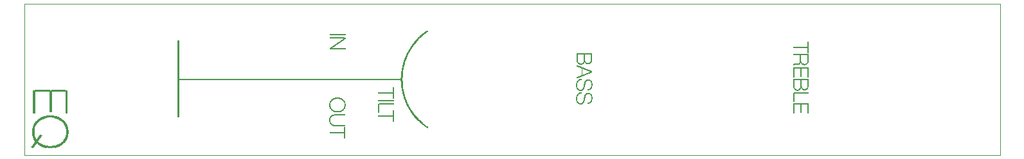
<source format=gto>
G75*
%MOIN*%
%OFA0B0*%
%FSLAX24Y24*%
%IPPOS*%
%LPD*%
%AMOC8*
5,1,8,0,0,1.08239X$1,22.5*
%
%ADD10C,0.0000*%
%ADD11R,0.0010X0.3990*%
%ADD12R,0.0010X0.0070*%
%ADD13R,0.0010X0.0040*%
%ADD14R,0.0010X0.0050*%
%ADD15R,0.0010X0.0530*%
%ADD16R,0.0010X0.0380*%
%ADD17R,0.0010X0.0490*%
%ADD18R,0.0010X0.0060*%
%ADD19R,0.0010X0.0420*%
%ADD20R,0.0010X0.0450*%
%ADD21R,0.0010X0.0470*%
%ADD22R,0.0010X0.0110*%
%ADD23R,0.0010X0.0080*%
%ADD24R,0.0010X0.0100*%
%ADD25R,0.0010X0.0440*%
%ADD26R,0.0010X0.0410*%
%ADD27R,0.0010X0.0500*%
%ADD28R,0.0010X0.0090*%
%ADD29R,0.0010X0.0400*%
%ADD30R,0.0010X0.0010*%
%ADD31R,0.0010X0.0030*%
%ADD32R,0.0010X0.0210*%
%ADD33R,0.0010X0.0350*%
%ADD34R,0.0010X0.0140*%
%ADD35R,0.0010X0.0430*%
%ADD36R,0.0010X0.0160*%
%ADD37R,0.0010X0.0510*%
%ADD38R,0.0010X0.1200*%
%ADD39R,0.0010X0.0570*%
%ADD40R,0.0010X0.0170*%
%ADD41R,0.0010X0.0630*%
%ADD42R,0.0010X0.0680*%
%ADD43R,0.0010X0.0730*%
%ADD44R,0.0010X0.0770*%
%ADD45R,0.0010X0.0810*%
%ADD46R,0.0010X0.0320*%
%ADD47R,0.0010X0.0280*%
%ADD48R,0.0010X0.0250*%
%ADD49R,0.0010X0.0230*%
%ADD50R,0.0010X0.0220*%
%ADD51R,0.0010X0.0200*%
%ADD52R,0.0010X0.0190*%
%ADD53R,0.0010X0.0180*%
%ADD54R,0.0010X0.0260*%
%ADD55R,0.0010X0.0120*%
%ADD56R,0.0010X0.0600*%
%ADD57R,0.0010X0.0480*%
%ADD58R,0.0010X0.0520*%
%ADD59R,0.0010X0.0460*%
%ADD60R,0.0010X0.0390*%
%ADD61R,0.0010X0.0150*%
%ADD62R,0.0010X0.0270*%
%ADD63R,0.0010X0.0300*%
%ADD64R,0.0010X0.0130*%
%ADD65R,0.0010X0.1130*%
%ADD66R,0.0010X0.0290*%
%ADD67R,0.0010X0.0340*%
%ADD68R,0.0010X0.1190*%
%ADD69R,0.0010X0.0330*%
%ADD70R,0.0010X0.0550*%
%ADD71R,0.0010X0.0750*%
%ADD72R,0.0010X0.0890*%
%ADD73R,0.0010X0.1030*%
%ADD74R,0.0010X0.1230*%
%ADD75R,0.0010X0.0240*%
%ADD76R,0.0010X0.0020*%
D10*
X004060Y005430D02*
X004060Y013304D01*
X054651Y013304D01*
X054651Y005430D01*
X004060Y005430D01*
D11*
X012020Y009410D03*
X012030Y009410D03*
X012040Y009410D03*
X012050Y009410D03*
X012060Y009410D03*
X012070Y009410D03*
X012080Y009410D03*
D12*
X012090Y009370D03*
X012100Y009370D03*
X012110Y009370D03*
X012120Y009370D03*
X012130Y009370D03*
X012140Y009370D03*
X012150Y009370D03*
X012160Y009370D03*
X012170Y009370D03*
X012180Y009370D03*
X012190Y009370D03*
X012200Y009370D03*
X012210Y009370D03*
X012220Y009370D03*
X012230Y009370D03*
X012240Y009370D03*
X012250Y009370D03*
X012260Y009370D03*
X012270Y009370D03*
X012280Y009370D03*
X012290Y009370D03*
X012300Y009370D03*
X012310Y009370D03*
X012320Y009370D03*
X012330Y009370D03*
X012340Y009370D03*
X012350Y009370D03*
X012360Y009370D03*
X012370Y009370D03*
X012380Y009370D03*
X012390Y009370D03*
X012400Y009370D03*
X012410Y009370D03*
X012420Y009370D03*
X012430Y009370D03*
X012440Y009370D03*
X012450Y009370D03*
X012460Y009370D03*
X012470Y009370D03*
X012480Y009370D03*
X012490Y009370D03*
X012500Y009370D03*
X012510Y009370D03*
X012520Y009370D03*
X012530Y009370D03*
X012540Y009370D03*
X012550Y009370D03*
X012560Y009370D03*
X012570Y009370D03*
X012580Y009370D03*
X012590Y009370D03*
X012600Y009370D03*
X012610Y009370D03*
X012620Y009370D03*
X012630Y009370D03*
X012640Y009370D03*
X012650Y009370D03*
X012660Y009370D03*
X012670Y009370D03*
X012680Y009370D03*
X012690Y009370D03*
X012700Y009370D03*
X012710Y009370D03*
X012720Y009370D03*
X012730Y009370D03*
X012740Y009370D03*
X012750Y009370D03*
X012760Y009370D03*
X012770Y009370D03*
X012780Y009370D03*
X012790Y009370D03*
X012800Y009370D03*
X012810Y009370D03*
X012820Y009370D03*
X012830Y009370D03*
X012840Y009370D03*
X012850Y009370D03*
X012860Y009370D03*
X012870Y009370D03*
X012880Y009370D03*
X012890Y009370D03*
X012900Y009370D03*
X012910Y009370D03*
X012920Y009370D03*
X012930Y009370D03*
X012940Y009370D03*
X012950Y009370D03*
X012960Y009370D03*
X012970Y009370D03*
X012980Y009370D03*
X012990Y009370D03*
X013000Y009370D03*
X013010Y009370D03*
X013020Y009370D03*
X013030Y009370D03*
X013040Y009370D03*
X013050Y009370D03*
X013060Y009370D03*
X013070Y009370D03*
X013080Y009370D03*
X013090Y009370D03*
X013100Y009370D03*
X013110Y009370D03*
X013120Y009370D03*
X013130Y009370D03*
X013140Y009370D03*
X013150Y009370D03*
X013160Y009370D03*
X013170Y009370D03*
X013180Y009370D03*
X013190Y009370D03*
X013200Y009370D03*
X013210Y009370D03*
X013220Y009370D03*
X013230Y009370D03*
X013240Y009370D03*
X013250Y009370D03*
X013260Y009370D03*
X013270Y009370D03*
X013280Y009370D03*
X013290Y009370D03*
X013300Y009370D03*
X013310Y009370D03*
X013320Y009370D03*
X013330Y009370D03*
X013340Y009370D03*
X013350Y009370D03*
X013360Y009370D03*
X013370Y009370D03*
X013380Y009370D03*
X013390Y009370D03*
X013400Y009370D03*
X013410Y009370D03*
X013420Y009370D03*
X013430Y009370D03*
X013440Y009370D03*
X013450Y009370D03*
X013460Y009370D03*
X013470Y009370D03*
X013480Y009370D03*
X013490Y009370D03*
X013500Y009370D03*
X013510Y009370D03*
X013520Y009370D03*
X013530Y009370D03*
X013540Y009370D03*
X013550Y009370D03*
X013560Y009370D03*
X013570Y009370D03*
X013580Y009370D03*
X013590Y009370D03*
X013600Y009370D03*
X013610Y009370D03*
X013620Y009370D03*
X013630Y009370D03*
X013640Y009370D03*
X013650Y009370D03*
X013660Y009370D03*
X013670Y009370D03*
X013680Y009370D03*
X013690Y009370D03*
X013700Y009370D03*
X013710Y009370D03*
X013720Y009370D03*
X013730Y009370D03*
X013740Y009370D03*
X013750Y009370D03*
X013760Y009370D03*
X013770Y009370D03*
X013780Y009370D03*
X013790Y009370D03*
X013800Y009370D03*
X013810Y009370D03*
X013820Y009370D03*
X013830Y009370D03*
X013840Y009370D03*
X013850Y009370D03*
X013860Y009370D03*
X013870Y009370D03*
X013880Y009370D03*
X013890Y009370D03*
X013900Y009370D03*
X013910Y009370D03*
X013920Y009370D03*
X013930Y009370D03*
X013940Y009370D03*
X013950Y009370D03*
X013960Y009370D03*
X013970Y009370D03*
X013980Y009370D03*
X013990Y009370D03*
X014000Y009370D03*
X014010Y009370D03*
X014020Y009370D03*
X014030Y009370D03*
X014040Y009370D03*
X014050Y009370D03*
X014060Y009370D03*
X014070Y009370D03*
X014080Y009370D03*
X014090Y009370D03*
X014100Y009370D03*
X014110Y009370D03*
X014120Y009370D03*
X014130Y009370D03*
X014140Y009370D03*
X014150Y009370D03*
X014160Y009370D03*
X014170Y009370D03*
X014180Y009370D03*
X014190Y009370D03*
X014200Y009370D03*
X014210Y009370D03*
X014220Y009370D03*
X014230Y009370D03*
X014240Y009370D03*
X014250Y009370D03*
X014260Y009370D03*
X014270Y009370D03*
X014280Y009370D03*
X014290Y009370D03*
X014300Y009370D03*
X014310Y009370D03*
X014320Y009370D03*
X014330Y009370D03*
X014340Y009370D03*
X014350Y009370D03*
X014360Y009370D03*
X014370Y009370D03*
X014380Y009370D03*
X014390Y009370D03*
X014400Y009370D03*
X014410Y009370D03*
X014420Y009370D03*
X014430Y009370D03*
X014440Y009370D03*
X014450Y009370D03*
X014460Y009370D03*
X014470Y009370D03*
X014480Y009370D03*
X014490Y009370D03*
X014500Y009370D03*
X014510Y009370D03*
X014520Y009370D03*
X014530Y009370D03*
X014540Y009370D03*
X014550Y009370D03*
X014560Y009370D03*
X014570Y009370D03*
X014580Y009370D03*
X014590Y009370D03*
X014600Y009370D03*
X014610Y009370D03*
X014620Y009370D03*
X014630Y009370D03*
X014640Y009370D03*
X014650Y009370D03*
X014660Y009370D03*
X014670Y009370D03*
X014680Y009370D03*
X014690Y009370D03*
X014700Y009370D03*
X014710Y009370D03*
X014720Y009370D03*
X014730Y009370D03*
X014740Y009370D03*
X014750Y009370D03*
X014760Y009370D03*
X014770Y009370D03*
X014780Y009370D03*
X014790Y009370D03*
X014800Y009370D03*
X014810Y009370D03*
X014820Y009370D03*
X014830Y009370D03*
X014840Y009370D03*
X014850Y009370D03*
X014860Y009370D03*
X014870Y009370D03*
X014880Y009370D03*
X014890Y009370D03*
X014900Y009370D03*
X014910Y009370D03*
X014920Y009370D03*
X014930Y009370D03*
X014940Y009370D03*
X014950Y009370D03*
X014960Y009370D03*
X014970Y009370D03*
X014980Y009370D03*
X014990Y009370D03*
X015000Y009370D03*
X015010Y009370D03*
X015020Y009370D03*
X015030Y009370D03*
X015040Y009370D03*
X015050Y009370D03*
X015060Y009370D03*
X015070Y009370D03*
X015080Y009370D03*
X015090Y009370D03*
X015100Y009370D03*
X015110Y009370D03*
X015120Y009370D03*
X015130Y009370D03*
X015140Y009370D03*
X015150Y009370D03*
X015160Y009370D03*
X015170Y009370D03*
X015180Y009370D03*
X015190Y009370D03*
X015200Y009370D03*
X015210Y009370D03*
X015220Y009370D03*
X015230Y009370D03*
X015240Y009370D03*
X015250Y009370D03*
X015260Y009370D03*
X015270Y009370D03*
X015280Y009370D03*
X015290Y009370D03*
X015300Y009370D03*
X015310Y009370D03*
X015320Y009370D03*
X015330Y009370D03*
X015340Y009370D03*
X015350Y009370D03*
X015360Y009370D03*
X015370Y009370D03*
X015380Y009370D03*
X015390Y009370D03*
X015400Y009370D03*
X015410Y009370D03*
X015420Y009370D03*
X015430Y009370D03*
X015440Y009370D03*
X015450Y009370D03*
X015460Y009370D03*
X015470Y009370D03*
X015480Y009370D03*
X015490Y009370D03*
X015500Y009370D03*
X015510Y009370D03*
X015520Y009370D03*
X015530Y009370D03*
X015540Y009370D03*
X015550Y009370D03*
X015560Y009370D03*
X015570Y009370D03*
X015580Y009370D03*
X015590Y009370D03*
X015600Y009370D03*
X015610Y009370D03*
X015620Y009370D03*
X015630Y009370D03*
X015640Y009370D03*
X015650Y009370D03*
X015660Y009370D03*
X015670Y009370D03*
X015680Y009370D03*
X015690Y009370D03*
X015700Y009370D03*
X015710Y009370D03*
X015720Y009370D03*
X015730Y009370D03*
X015740Y009370D03*
X015750Y009370D03*
X015760Y009370D03*
X015770Y009370D03*
X015780Y009370D03*
X015790Y009370D03*
X015800Y009370D03*
X015810Y009370D03*
X015820Y009370D03*
X015830Y009370D03*
X015840Y009370D03*
X015850Y009370D03*
X015860Y009370D03*
X015870Y009370D03*
X015880Y009370D03*
X015890Y009370D03*
X015900Y009370D03*
X015910Y009370D03*
X015920Y009370D03*
X015930Y009370D03*
X015940Y009370D03*
X015950Y009370D03*
X015960Y009370D03*
X015970Y009370D03*
X015980Y009370D03*
X015990Y009370D03*
X016000Y009370D03*
X016010Y009370D03*
X016020Y009370D03*
X016030Y009370D03*
X016040Y009370D03*
X016050Y009370D03*
X016060Y009370D03*
X016070Y009370D03*
X016080Y009370D03*
X016090Y009370D03*
X016100Y009370D03*
X016110Y009370D03*
X016120Y009370D03*
X016130Y009370D03*
X016140Y009370D03*
X016150Y009370D03*
X016160Y009370D03*
X016170Y009370D03*
X016180Y009370D03*
X016190Y009370D03*
X016200Y009370D03*
X016210Y009370D03*
X016220Y009370D03*
X016230Y009370D03*
X016240Y009370D03*
X016250Y009370D03*
X016260Y009370D03*
X016270Y009370D03*
X016280Y009370D03*
X016290Y009370D03*
X016300Y009370D03*
X016310Y009370D03*
X016320Y009370D03*
X016330Y009370D03*
X016340Y009370D03*
X016350Y009370D03*
X016360Y009370D03*
X016370Y009370D03*
X016380Y009370D03*
X016390Y009370D03*
X016400Y009370D03*
X016410Y009370D03*
X016420Y009370D03*
X016430Y009370D03*
X016440Y009370D03*
X016450Y009370D03*
X016460Y009370D03*
X016470Y009370D03*
X016480Y009370D03*
X016490Y009370D03*
X016500Y009370D03*
X016510Y009370D03*
X016520Y009370D03*
X016530Y009370D03*
X016540Y009370D03*
X016550Y009370D03*
X016560Y009370D03*
X016570Y009370D03*
X016580Y009370D03*
X016590Y009370D03*
X016600Y009370D03*
X016610Y009370D03*
X016620Y009370D03*
X016630Y009370D03*
X016640Y009370D03*
X016650Y009370D03*
X016660Y009370D03*
X016670Y009370D03*
X016680Y009370D03*
X016690Y009370D03*
X016700Y009370D03*
X016710Y009370D03*
X016720Y009370D03*
X016730Y009370D03*
X016740Y009370D03*
X016750Y009370D03*
X016760Y009370D03*
X016770Y009370D03*
X016780Y009370D03*
X016790Y009370D03*
X016800Y009370D03*
X016810Y009370D03*
X016820Y009370D03*
X016830Y009370D03*
X016840Y009370D03*
X016850Y009370D03*
X016860Y009370D03*
X016870Y009370D03*
X016880Y009370D03*
X016890Y009370D03*
X016900Y009370D03*
X016910Y009370D03*
X016920Y009370D03*
X016930Y009370D03*
X016940Y009370D03*
X016950Y009370D03*
X016960Y009370D03*
X016970Y009370D03*
X016980Y009370D03*
X016990Y009370D03*
X017000Y009370D03*
X017010Y009370D03*
X017020Y009370D03*
X017030Y009370D03*
X017040Y009370D03*
X017050Y009370D03*
X017060Y009370D03*
X017070Y009370D03*
X017080Y009370D03*
X017090Y009370D03*
X017100Y009370D03*
X017110Y009370D03*
X017120Y009370D03*
X017130Y009370D03*
X017140Y009370D03*
X017150Y009370D03*
X017160Y009370D03*
X017170Y009370D03*
X017180Y009370D03*
X017190Y009370D03*
X017200Y009370D03*
X017210Y009370D03*
X017220Y009370D03*
X017230Y009370D03*
X017240Y009370D03*
X017250Y009370D03*
X017260Y009370D03*
X017270Y009370D03*
X017280Y009370D03*
X017290Y009370D03*
X017300Y009370D03*
X017310Y009370D03*
X017320Y009370D03*
X017330Y009370D03*
X017340Y009370D03*
X017350Y009370D03*
X017360Y009370D03*
X017370Y009370D03*
X017380Y009370D03*
X017390Y009370D03*
X017400Y009370D03*
X017410Y009370D03*
X017420Y009370D03*
X017430Y009370D03*
X017440Y009370D03*
X017450Y009370D03*
X017460Y009370D03*
X017470Y009370D03*
X017480Y009370D03*
X017490Y009370D03*
X017500Y009370D03*
X017510Y009370D03*
X017520Y009370D03*
X017530Y009370D03*
X017540Y009370D03*
X017550Y009370D03*
X017560Y009370D03*
X017570Y009370D03*
X017580Y009370D03*
X017590Y009370D03*
X017600Y009370D03*
X017610Y009370D03*
X017620Y009370D03*
X017630Y009370D03*
X017640Y009370D03*
X017650Y009370D03*
X017660Y009370D03*
X017670Y009370D03*
X017680Y009370D03*
X017690Y009370D03*
X017700Y009370D03*
X017710Y009370D03*
X017720Y009370D03*
X017730Y009370D03*
X017740Y009370D03*
X017750Y009370D03*
X017760Y009370D03*
X017770Y009370D03*
X017780Y009370D03*
X017790Y009370D03*
X017800Y009370D03*
X017810Y009370D03*
X017820Y009370D03*
X017830Y009370D03*
X017840Y009370D03*
X017850Y009370D03*
X017860Y009370D03*
X017870Y009370D03*
X017880Y009370D03*
X017890Y009370D03*
X017900Y009370D03*
X017910Y009370D03*
X017920Y009370D03*
X017930Y009370D03*
X017940Y009370D03*
X017950Y009370D03*
X017960Y009370D03*
X017970Y009370D03*
X017980Y009370D03*
X017990Y009370D03*
X018000Y009370D03*
X018010Y009370D03*
X018020Y009370D03*
X018030Y009370D03*
X018040Y009370D03*
X018050Y009370D03*
X018060Y009370D03*
X018070Y009370D03*
X018080Y009370D03*
X018090Y009370D03*
X018100Y009370D03*
X018110Y009370D03*
X018120Y009370D03*
X018130Y009370D03*
X018140Y009370D03*
X018150Y009370D03*
X018160Y009370D03*
X018170Y009370D03*
X018180Y009370D03*
X018190Y009370D03*
X018200Y009370D03*
X018210Y009370D03*
X018220Y009370D03*
X018230Y009370D03*
X018240Y009370D03*
X018250Y009370D03*
X018260Y009370D03*
X018270Y009370D03*
X018280Y009370D03*
X018290Y009370D03*
X018300Y009370D03*
X018310Y009370D03*
X018320Y009370D03*
X018330Y009370D03*
X018340Y009370D03*
X018350Y009370D03*
X018360Y009370D03*
X018370Y009370D03*
X018380Y009370D03*
X018390Y009370D03*
X018400Y009370D03*
X018410Y009370D03*
X018420Y009370D03*
X018430Y009370D03*
X018440Y009370D03*
X018450Y009370D03*
X018460Y009370D03*
X018470Y009370D03*
X018480Y009370D03*
X018490Y009370D03*
X018500Y009370D03*
X018510Y009370D03*
X018520Y009370D03*
X018530Y009370D03*
X018540Y009370D03*
X018550Y009370D03*
X018560Y009370D03*
X018570Y009370D03*
X018580Y009370D03*
X018590Y009370D03*
X018600Y009370D03*
X018610Y009370D03*
X018620Y009370D03*
X018630Y009370D03*
X018640Y009370D03*
X018650Y009370D03*
X018660Y009370D03*
X018670Y009370D03*
X018680Y009370D03*
X018690Y009370D03*
X018700Y009370D03*
X018710Y009370D03*
X018720Y009370D03*
X018730Y009370D03*
X018740Y009370D03*
X018750Y009370D03*
X018760Y009370D03*
X018770Y009370D03*
X018780Y009370D03*
X018790Y009370D03*
X018800Y009370D03*
X018810Y009370D03*
X018820Y009370D03*
X018830Y009370D03*
X018840Y009370D03*
X018850Y009370D03*
X018860Y009370D03*
X018870Y009370D03*
X018880Y009370D03*
X018890Y009370D03*
X018900Y009370D03*
X018910Y009370D03*
X018920Y009370D03*
X018930Y009370D03*
X018940Y009370D03*
X018950Y009370D03*
X018960Y009370D03*
X018970Y009370D03*
X018980Y009370D03*
X018990Y009370D03*
X019000Y009370D03*
X019010Y009370D03*
X019020Y009370D03*
X019030Y009370D03*
X019040Y009370D03*
X019050Y009370D03*
X019060Y009370D03*
X019070Y009370D03*
X019080Y009370D03*
X019090Y009370D03*
X019100Y009370D03*
X019110Y009370D03*
X019120Y009370D03*
X019130Y009370D03*
X019140Y009370D03*
X019150Y009370D03*
X019160Y009370D03*
X019170Y009370D03*
X019180Y009370D03*
X019190Y009370D03*
X019200Y009370D03*
X019210Y009370D03*
X019220Y009370D03*
X019230Y009370D03*
X019240Y009370D03*
X019250Y009370D03*
X019260Y009370D03*
X019270Y009370D03*
X019280Y009370D03*
X019290Y009370D03*
X019300Y009370D03*
X019310Y009370D03*
X019320Y009370D03*
X019330Y009370D03*
X019340Y009370D03*
X019350Y009370D03*
X019360Y009370D03*
X019370Y009370D03*
X019380Y009370D03*
X019390Y009370D03*
X019400Y009370D03*
X019410Y009370D03*
X019420Y009370D03*
X019430Y009370D03*
X019440Y009370D03*
X019450Y009370D03*
X019460Y009370D03*
X019470Y009370D03*
X019480Y009370D03*
X019490Y009370D03*
X019500Y009370D03*
X019510Y009370D03*
X019520Y009370D03*
X019530Y009370D03*
X019540Y009370D03*
X019550Y009370D03*
X019560Y009370D03*
X019570Y009370D03*
X019580Y009370D03*
X019590Y009370D03*
X019600Y009370D03*
X019610Y009370D03*
X019620Y009370D03*
X019630Y009370D03*
X019640Y009370D03*
X019650Y009370D03*
X019660Y009370D03*
X019670Y009370D03*
X019680Y009370D03*
X019690Y009370D03*
X019700Y009370D03*
X019710Y009370D03*
X019720Y009370D03*
X019730Y009370D03*
X019740Y009370D03*
X019750Y009370D03*
X019760Y009370D03*
X019770Y009370D03*
X019780Y009370D03*
X019790Y009370D03*
X019800Y009370D03*
X019810Y009370D03*
X019820Y009370D03*
X019830Y009370D03*
X019840Y009370D03*
X019850Y009370D03*
X019860Y009370D03*
X019870Y009370D03*
X019880Y009370D03*
X019890Y009370D03*
X019900Y009370D03*
X019910Y009370D03*
X019920Y009370D03*
X019930Y009370D03*
X019940Y009370D03*
X019950Y009370D03*
X019960Y009370D03*
X019970Y009370D03*
X019980Y009370D03*
X019990Y009370D03*
X020000Y009370D03*
X020010Y009370D03*
X020020Y009370D03*
X020030Y009370D03*
X020040Y009370D03*
X020050Y009370D03*
X020060Y009370D03*
X020070Y009370D03*
X020080Y009370D03*
X020090Y009370D03*
X020100Y009370D03*
X020110Y009370D03*
X020120Y009370D03*
X020130Y009370D03*
X020140Y009370D03*
X020150Y009370D03*
X020160Y009370D03*
X020170Y009370D03*
X020180Y009370D03*
X020190Y009370D03*
X020200Y009370D03*
X020210Y009370D03*
X020220Y009370D03*
X020230Y009370D03*
X020240Y009370D03*
X020250Y009370D03*
X020260Y009370D03*
X020270Y009370D03*
X020280Y009370D03*
X020290Y009370D03*
X020300Y009370D03*
X020310Y009370D03*
X020320Y009370D03*
X020330Y009370D03*
X020340Y009370D03*
X020350Y009370D03*
X020360Y009370D03*
X020370Y009370D03*
X020380Y009370D03*
X020390Y009370D03*
X020400Y009370D03*
X020410Y009370D03*
X020420Y009370D03*
X020430Y009370D03*
X020440Y009370D03*
X020450Y009370D03*
X020460Y009370D03*
X020470Y009370D03*
X020480Y009370D03*
X020490Y009370D03*
X020500Y009370D03*
X020510Y009370D03*
X020520Y009370D03*
X020530Y009370D03*
X020540Y009370D03*
X020550Y009370D03*
X020560Y009370D03*
X020570Y009370D03*
X020580Y009370D03*
X020590Y009370D03*
X020600Y009370D03*
X020610Y009370D03*
X020620Y009370D03*
X020630Y009370D03*
X020640Y009370D03*
X020650Y009370D03*
X020660Y009370D03*
X020670Y009370D03*
X020680Y009370D03*
X020690Y009370D03*
X020700Y009370D03*
X020710Y009370D03*
X020720Y009370D03*
X020730Y009370D03*
X020740Y009370D03*
X020750Y009370D03*
X020760Y009370D03*
X020770Y009370D03*
X020780Y009370D03*
X020790Y009370D03*
X020800Y009370D03*
X020810Y009370D03*
X020820Y009370D03*
X020830Y009370D03*
X020840Y009370D03*
X020850Y009370D03*
X020860Y009370D03*
X020870Y009370D03*
X020880Y009370D03*
X020890Y009370D03*
X020900Y009370D03*
X020910Y009370D03*
X020920Y009370D03*
X020930Y009370D03*
X020940Y009370D03*
X020950Y009370D03*
X020960Y009370D03*
X020970Y009370D03*
X020980Y009370D03*
X020990Y009370D03*
X021000Y009370D03*
X021010Y009370D03*
X021020Y009370D03*
X021030Y009370D03*
X021040Y009370D03*
X021050Y009370D03*
X021060Y009370D03*
X021070Y009370D03*
X021080Y009370D03*
X021090Y009370D03*
X021100Y009370D03*
X021110Y009370D03*
X021120Y009370D03*
X021130Y009370D03*
X021140Y009370D03*
X021150Y009370D03*
X021160Y009370D03*
X021170Y009370D03*
X021180Y009370D03*
X021190Y009370D03*
X021200Y009370D03*
X021210Y009370D03*
X021220Y009370D03*
X021230Y009370D03*
X021240Y009370D03*
X021250Y009370D03*
X021260Y009370D03*
X021270Y009370D03*
X021280Y009370D03*
X021290Y009370D03*
X021300Y009370D03*
X021310Y009370D03*
X021320Y009370D03*
X021330Y009370D03*
X021340Y009370D03*
X021350Y009370D03*
X021360Y009370D03*
X021370Y009370D03*
X021380Y009370D03*
X021390Y009370D03*
X021400Y009370D03*
X021410Y009370D03*
X021420Y009370D03*
X021430Y009370D03*
X021440Y009370D03*
X021450Y009370D03*
X021460Y009370D03*
X021470Y009370D03*
X021480Y009370D03*
X021490Y009370D03*
X021500Y009370D03*
X021510Y009370D03*
X021520Y009370D03*
X021530Y009370D03*
X021540Y009370D03*
X021550Y009370D03*
X021560Y009370D03*
X021570Y009370D03*
X021580Y009370D03*
X021590Y009370D03*
X021600Y009370D03*
X021610Y009370D03*
X021620Y009370D03*
X021630Y009370D03*
X021640Y009370D03*
X021650Y009370D03*
X021660Y009370D03*
X021670Y009370D03*
X021680Y009370D03*
X021690Y009370D03*
X021700Y009370D03*
X021710Y009370D03*
X021720Y009370D03*
X021730Y009370D03*
X021740Y009370D03*
X021750Y009370D03*
X021760Y009370D03*
X021770Y009370D03*
X021780Y009370D03*
X021790Y009370D03*
X021800Y009370D03*
X021810Y009370D03*
X021820Y009370D03*
X021830Y009370D03*
X021840Y009370D03*
X021850Y009370D03*
X021860Y009370D03*
X021870Y009370D03*
X021880Y009370D03*
X021890Y009370D03*
X021900Y009370D03*
X021910Y009370D03*
X021920Y009370D03*
X021930Y009370D03*
X021940Y009370D03*
X021950Y009370D03*
X021960Y009370D03*
X021970Y009370D03*
X021980Y009370D03*
X021990Y009370D03*
X022000Y009370D03*
X022010Y009370D03*
X022020Y009370D03*
X022030Y009370D03*
X022040Y009370D03*
X022050Y009370D03*
X022060Y009370D03*
X022070Y009370D03*
X022080Y009370D03*
X022090Y009370D03*
X022100Y009370D03*
X022110Y009370D03*
X022120Y009370D03*
X022130Y009370D03*
X022140Y009370D03*
X022150Y009370D03*
X022160Y009370D03*
X022170Y009370D03*
X022180Y009370D03*
X022190Y009370D03*
X022200Y009370D03*
X022210Y009370D03*
X022220Y009370D03*
X022230Y009370D03*
X022240Y009370D03*
X022250Y009370D03*
X022260Y009370D03*
X022270Y009370D03*
X022280Y009370D03*
X022290Y009370D03*
X022300Y009370D03*
X022310Y009370D03*
X022320Y009370D03*
X022330Y009370D03*
X022340Y009370D03*
X022350Y009370D03*
X022360Y009370D03*
X022370Y009370D03*
X022380Y009370D03*
X022390Y009370D03*
X022400Y009370D03*
X022410Y009370D03*
X022420Y009370D03*
X022430Y009370D03*
X022440Y009370D03*
X022450Y009370D03*
X022460Y009370D03*
X022470Y009370D03*
X022480Y009370D03*
X022490Y009370D03*
X022500Y009370D03*
X022510Y009370D03*
X022520Y009370D03*
X022530Y009370D03*
X022540Y009370D03*
X022550Y009370D03*
X022560Y009370D03*
X022570Y009370D03*
X022580Y009370D03*
X022590Y009370D03*
X022600Y009370D03*
X022610Y009370D03*
X022620Y009370D03*
X022630Y009370D03*
X022640Y009370D03*
X022650Y009370D03*
X022660Y009370D03*
X022670Y009370D03*
X022680Y009370D03*
X022690Y009370D03*
X022700Y009370D03*
X022710Y009370D03*
X022720Y009370D03*
X022730Y009370D03*
X022740Y009370D03*
X022750Y009370D03*
X022760Y009370D03*
X022770Y009370D03*
X022780Y009370D03*
X022790Y009370D03*
X022800Y009370D03*
X022810Y009370D03*
X022820Y009370D03*
X022830Y009370D03*
X022840Y009370D03*
X022850Y009370D03*
X022860Y009370D03*
X022870Y009370D03*
X022880Y009370D03*
X022890Y009370D03*
X022900Y009370D03*
X022910Y009370D03*
X022920Y009370D03*
X022930Y009370D03*
X022940Y009370D03*
X022950Y009370D03*
X022960Y009370D03*
X022970Y009370D03*
X022980Y009370D03*
X022990Y009370D03*
X023000Y009370D03*
X023010Y009370D03*
X023020Y009370D03*
X023030Y009370D03*
X023040Y009370D03*
X023050Y009370D03*
X023060Y009370D03*
X023070Y009370D03*
X023080Y009370D03*
X023090Y009370D03*
X023100Y009370D03*
X023110Y009370D03*
X023120Y009370D03*
X023130Y009370D03*
X023140Y009370D03*
X023150Y009370D03*
X023160Y009370D03*
X023170Y009370D03*
X023180Y009370D03*
X023190Y009370D03*
X023200Y009370D03*
X023210Y009370D03*
X023220Y009370D03*
X023230Y009370D03*
X023240Y009370D03*
X023250Y009370D03*
X023260Y009370D03*
X023270Y009370D03*
X023280Y009370D03*
X023290Y009370D03*
X023300Y009370D03*
X023310Y009370D03*
X023320Y009370D03*
X023330Y009370D03*
X023340Y009370D03*
X023350Y009370D03*
X023360Y009370D03*
X023370Y009370D03*
X023380Y009370D03*
X023390Y009370D03*
X023400Y009370D03*
X023410Y009370D03*
X023420Y009370D03*
X023430Y009370D03*
X023440Y009370D03*
X023450Y009370D03*
X023460Y009370D03*
X023470Y009370D03*
X023480Y009370D03*
X023490Y009370D03*
X023500Y009370D03*
X023510Y009370D03*
X023520Y009370D03*
X023530Y009370D03*
X023540Y009370D03*
X023550Y009370D03*
X023560Y009370D03*
X023570Y009370D03*
X023580Y009370D03*
X023590Y009370D03*
X023600Y009370D03*
X020650Y008230D03*
X020630Y008260D03*
X020620Y008270D03*
X020000Y008270D03*
X019990Y008260D03*
X019970Y008230D03*
X019970Y007850D03*
X019990Y007820D03*
X020000Y007810D03*
X020620Y007810D03*
X020630Y007820D03*
X020650Y007850D03*
X019980Y007440D03*
X019970Y007430D03*
X019960Y007080D03*
X019970Y007060D03*
X024980Y006880D03*
X032770Y008180D03*
X033040Y008160D03*
X033450Y008210D03*
X033450Y008580D03*
X033200Y008590D03*
X033190Y008580D03*
X033040Y008860D03*
X032770Y008880D03*
X032780Y008580D03*
X032770Y008570D03*
X033450Y008910D03*
X033450Y009280D03*
X033200Y009290D03*
X033190Y009280D03*
X032780Y009280D03*
X032770Y009270D03*
X033480Y009760D03*
X033080Y010240D03*
X032790Y010230D03*
X033440Y010250D03*
X024980Y011860D03*
X020710Y011510D03*
X020530Y011380D03*
X020400Y011290D03*
X020370Y011270D03*
X020340Y011250D03*
X020240Y011180D03*
X020210Y011160D03*
X020180Y011140D03*
X020110Y011090D03*
X020080Y011070D03*
X020050Y011050D03*
X020020Y011030D03*
X019960Y010980D03*
X019950Y010980D03*
X044020Y008880D03*
X044310Y008890D03*
X044670Y008900D03*
X044660Y010200D03*
X044670Y010210D03*
X044360Y010240D03*
X044280Y010210D03*
D13*
X044420Y010175D03*
X044430Y010165D03*
X044440Y010165D03*
X044450Y010155D03*
X044460Y010155D03*
X044470Y010155D03*
X044490Y010145D03*
X044500Y010145D03*
X044510Y010145D03*
X044520Y010145D03*
X044530Y010145D03*
X044540Y010145D03*
X044550Y010145D03*
X044560Y010145D03*
X044570Y010145D03*
X044590Y010155D03*
X044600Y010155D03*
X044600Y009975D03*
X044610Y009975D03*
X044620Y009975D03*
X044630Y009975D03*
X044640Y009975D03*
X044650Y009975D03*
X044660Y009975D03*
X044670Y009975D03*
X044680Y009975D03*
X044690Y009975D03*
X044590Y009975D03*
X044580Y009975D03*
X044570Y009975D03*
X044560Y009975D03*
X044550Y009975D03*
X044540Y009975D03*
X044530Y009975D03*
X044520Y009975D03*
X044510Y009975D03*
X044500Y009975D03*
X044490Y009975D03*
X044480Y009975D03*
X044470Y009975D03*
X044460Y009975D03*
X044450Y009975D03*
X044440Y009975D03*
X044430Y009975D03*
X044420Y009975D03*
X044410Y009975D03*
X044400Y009975D03*
X044390Y009975D03*
X044380Y009975D03*
X044330Y009975D03*
X044320Y009975D03*
X044310Y009975D03*
X044300Y009975D03*
X044290Y009975D03*
X044280Y009975D03*
X044270Y009975D03*
X044260Y009975D03*
X044250Y009975D03*
X044240Y009975D03*
X044230Y009975D03*
X044220Y009975D03*
X044210Y009975D03*
X044200Y009975D03*
X044190Y009975D03*
X044180Y009975D03*
X044170Y009975D03*
X044160Y009975D03*
X044150Y009975D03*
X044140Y009975D03*
X044130Y009975D03*
X044120Y009975D03*
X044110Y009975D03*
X044100Y009975D03*
X044090Y009975D03*
X044080Y009975D03*
X044070Y009975D03*
X044060Y009975D03*
X044050Y009975D03*
X044040Y009975D03*
X044030Y009975D03*
X044020Y009975D03*
X044010Y009975D03*
X044000Y009975D03*
X043990Y009975D03*
X043990Y009355D03*
X044000Y009355D03*
X044010Y009355D03*
X044020Y009355D03*
X044030Y009355D03*
X044040Y009355D03*
X044050Y009355D03*
X044060Y009355D03*
X044070Y009355D03*
X044080Y009355D03*
X044090Y009355D03*
X044100Y009355D03*
X044110Y009355D03*
X044120Y009355D03*
X044130Y009355D03*
X044140Y009355D03*
X044150Y009355D03*
X044160Y009355D03*
X044170Y009355D03*
X044180Y009355D03*
X044190Y009355D03*
X044200Y009355D03*
X044210Y009355D03*
X044220Y009355D03*
X044230Y009355D03*
X044240Y009355D03*
X044250Y009355D03*
X044260Y009355D03*
X044270Y009355D03*
X044280Y009355D03*
X044290Y009355D03*
X044300Y009355D03*
X044310Y009355D03*
X044320Y009355D03*
X044330Y009355D03*
X044380Y009355D03*
X044390Y009355D03*
X044400Y009355D03*
X044410Y009355D03*
X044420Y009355D03*
X044430Y009355D03*
X044440Y009355D03*
X044450Y009355D03*
X044460Y009355D03*
X044470Y009355D03*
X044480Y009355D03*
X044490Y009355D03*
X044500Y009355D03*
X044510Y009355D03*
X044520Y009355D03*
X044530Y009355D03*
X044540Y009355D03*
X044550Y009355D03*
X044560Y009355D03*
X044570Y009355D03*
X044580Y009355D03*
X044590Y009355D03*
X044600Y009355D03*
X044610Y009355D03*
X044620Y009355D03*
X044630Y009355D03*
X044640Y009355D03*
X044650Y009355D03*
X044660Y009355D03*
X044670Y009355D03*
X044680Y009355D03*
X044690Y009355D03*
X044620Y008855D03*
X044600Y008845D03*
X044590Y008845D03*
X044570Y008835D03*
X044560Y008835D03*
X044550Y008835D03*
X044540Y008835D03*
X044530Y008835D03*
X044520Y008835D03*
X044510Y008835D03*
X044500Y008835D03*
X044480Y008845D03*
X044470Y008845D03*
X044460Y008855D03*
X044440Y008865D03*
X044250Y008835D03*
X044230Y008825D03*
X044220Y008825D03*
X044210Y008815D03*
X044200Y008815D03*
X044190Y008815D03*
X044180Y008815D03*
X044170Y008815D03*
X044160Y008815D03*
X044150Y008815D03*
X044140Y008815D03*
X044130Y008815D03*
X044120Y008815D03*
X044110Y008825D03*
X044100Y008825D03*
X044090Y008825D03*
X044080Y008835D03*
X044070Y008835D03*
X044060Y008845D03*
X044060Y008655D03*
X044070Y008655D03*
X044080Y008655D03*
X044090Y008655D03*
X044100Y008655D03*
X044110Y008655D03*
X044120Y008655D03*
X044130Y008655D03*
X044140Y008655D03*
X044150Y008655D03*
X044160Y008655D03*
X044170Y008655D03*
X044180Y008655D03*
X044190Y008655D03*
X044200Y008655D03*
X044210Y008655D03*
X044220Y008655D03*
X044230Y008655D03*
X044240Y008655D03*
X044250Y008655D03*
X044260Y008655D03*
X044270Y008655D03*
X044280Y008655D03*
X044290Y008655D03*
X044300Y008655D03*
X044310Y008655D03*
X044320Y008655D03*
X044330Y008655D03*
X044340Y008655D03*
X044350Y008655D03*
X044360Y008655D03*
X044370Y008655D03*
X044380Y008655D03*
X044390Y008655D03*
X044400Y008655D03*
X044410Y008655D03*
X044420Y008655D03*
X044430Y008655D03*
X044440Y008655D03*
X044450Y008655D03*
X044460Y008655D03*
X044470Y008655D03*
X044480Y008655D03*
X044490Y008655D03*
X044500Y008655D03*
X044510Y008655D03*
X044520Y008655D03*
X044530Y008655D03*
X044540Y008655D03*
X044550Y008655D03*
X044560Y008655D03*
X044570Y008655D03*
X044580Y008655D03*
X044590Y008655D03*
X044600Y008655D03*
X044610Y008655D03*
X044620Y008655D03*
X044630Y008655D03*
X044640Y008655D03*
X044650Y008655D03*
X044660Y008655D03*
X044670Y008655D03*
X044680Y008655D03*
X044690Y008655D03*
X044700Y008655D03*
X044710Y008655D03*
X044720Y008655D03*
X044730Y008655D03*
X044050Y008655D03*
X044040Y008655D03*
X044030Y008655D03*
X044020Y008655D03*
X044010Y008655D03*
X044000Y008655D03*
X043990Y008655D03*
X043990Y008095D03*
X044000Y008095D03*
X044010Y008095D03*
X044020Y008095D03*
X044030Y008095D03*
X044040Y008095D03*
X044050Y008095D03*
X044060Y008095D03*
X044070Y008095D03*
X044080Y008095D03*
X044090Y008095D03*
X044100Y008095D03*
X044110Y008095D03*
X044120Y008095D03*
X044130Y008095D03*
X044140Y008095D03*
X044150Y008095D03*
X044160Y008095D03*
X044170Y008095D03*
X044180Y008095D03*
X044190Y008095D03*
X044200Y008095D03*
X044210Y008095D03*
X044220Y008095D03*
X044230Y008095D03*
X044240Y008095D03*
X044250Y008095D03*
X044260Y008095D03*
X044270Y008095D03*
X044280Y008095D03*
X044290Y008095D03*
X044300Y008095D03*
X044310Y008095D03*
X044320Y008095D03*
X044330Y008095D03*
X044380Y008095D03*
X044390Y008095D03*
X044400Y008095D03*
X044410Y008095D03*
X044420Y008095D03*
X044430Y008095D03*
X044440Y008095D03*
X044450Y008095D03*
X044460Y008095D03*
X044470Y008095D03*
X044480Y008095D03*
X044490Y008095D03*
X044500Y008095D03*
X044510Y008095D03*
X044520Y008095D03*
X044530Y008095D03*
X044540Y008095D03*
X044550Y008095D03*
X044560Y008095D03*
X044570Y008095D03*
X044580Y008095D03*
X044590Y008095D03*
X044600Y008095D03*
X044610Y008095D03*
X044620Y008095D03*
X044630Y008095D03*
X044640Y008095D03*
X044650Y008095D03*
X044660Y008095D03*
X044670Y008095D03*
X044680Y008095D03*
X044690Y008095D03*
X044690Y010675D03*
X044680Y010675D03*
X044670Y010675D03*
X044660Y010675D03*
X044650Y010675D03*
X044640Y010675D03*
X044630Y010675D03*
X044620Y010675D03*
X044610Y010675D03*
X044600Y010675D03*
X044590Y010675D03*
X044580Y010675D03*
X044570Y010675D03*
X044560Y010675D03*
X044550Y010675D03*
X044540Y010675D03*
X044530Y010675D03*
X044520Y010675D03*
X044510Y010675D03*
X044500Y010675D03*
X044490Y010675D03*
X044480Y010675D03*
X044470Y010675D03*
X044460Y010675D03*
X044450Y010675D03*
X044440Y010675D03*
X044430Y010675D03*
X044420Y010675D03*
X044410Y010675D03*
X044400Y010675D03*
X044390Y010675D03*
X044380Y010675D03*
X044370Y010675D03*
X044360Y010675D03*
X044350Y010675D03*
X044300Y010675D03*
X044290Y010675D03*
X044280Y010675D03*
X044270Y010675D03*
X044260Y010675D03*
X044250Y010675D03*
X044240Y010675D03*
X044230Y010675D03*
X044220Y010675D03*
X044210Y010675D03*
X044200Y010675D03*
X044190Y010675D03*
X044180Y010675D03*
X044170Y010675D03*
X044160Y010675D03*
X044150Y010675D03*
X044140Y010675D03*
X044130Y010675D03*
X044120Y010675D03*
X044110Y010675D03*
X044100Y010675D03*
X044090Y010675D03*
X044080Y010675D03*
X044070Y010675D03*
X044060Y010675D03*
X044050Y010675D03*
X044040Y010675D03*
X044030Y010675D03*
X044020Y010675D03*
X044010Y010675D03*
X044000Y010675D03*
X043990Y010675D03*
X043980Y010675D03*
X043970Y010675D03*
X043960Y010675D03*
X043950Y010675D03*
X043950Y011045D03*
X043960Y011045D03*
X043970Y011045D03*
X043980Y011045D03*
X043990Y011045D03*
X044000Y011045D03*
X044010Y011045D03*
X044020Y011045D03*
X044030Y011045D03*
X044040Y011045D03*
X044050Y011045D03*
X044060Y011045D03*
X044070Y011045D03*
X044080Y011045D03*
X044090Y011045D03*
X044100Y011045D03*
X044110Y011045D03*
X044120Y011045D03*
X044130Y011045D03*
X044140Y011045D03*
X044150Y011045D03*
X044160Y011045D03*
X044170Y011045D03*
X044180Y011045D03*
X044190Y011045D03*
X044200Y011045D03*
X044210Y011045D03*
X044220Y011045D03*
X044230Y011045D03*
X044240Y011045D03*
X044250Y011045D03*
X044260Y011045D03*
X044270Y011045D03*
X044280Y011045D03*
X044290Y011045D03*
X044300Y011045D03*
X044310Y011045D03*
X044320Y011045D03*
X044330Y011045D03*
X044340Y011045D03*
X044350Y011045D03*
X044360Y011045D03*
X044370Y011045D03*
X044380Y011045D03*
X044390Y011045D03*
X044400Y011045D03*
X044410Y011045D03*
X044420Y011045D03*
X044430Y011045D03*
X044440Y011045D03*
X044450Y011045D03*
X044460Y011045D03*
X044470Y011045D03*
X044480Y011045D03*
X044490Y011045D03*
X044500Y011045D03*
X044510Y011045D03*
X044520Y011045D03*
X044530Y011045D03*
X044540Y011045D03*
X044550Y011045D03*
X044560Y011045D03*
X044570Y011045D03*
X044580Y011045D03*
X044590Y011045D03*
X044600Y011045D03*
X044610Y011045D03*
X044620Y011045D03*
X044630Y011045D03*
X044640Y011045D03*
X044650Y011045D03*
X044660Y011045D03*
X044670Y011045D03*
X044680Y011045D03*
X044690Y011045D03*
X033460Y010705D03*
X033450Y010705D03*
X033440Y010705D03*
X033430Y010705D03*
X033420Y010705D03*
X033410Y010705D03*
X033400Y010705D03*
X033390Y010705D03*
X033380Y010705D03*
X033370Y010705D03*
X033360Y010705D03*
X033350Y010705D03*
X033340Y010705D03*
X033330Y010705D03*
X033320Y010705D03*
X033310Y010705D03*
X033300Y010705D03*
X033290Y010705D03*
X033280Y010705D03*
X033270Y010705D03*
X033260Y010705D03*
X033250Y010705D03*
X033240Y010705D03*
X033230Y010705D03*
X033220Y010705D03*
X033210Y010705D03*
X033200Y010705D03*
X033190Y010705D03*
X033180Y010705D03*
X033170Y010705D03*
X033160Y010705D03*
X033150Y010705D03*
X033100Y010705D03*
X033090Y010705D03*
X033080Y010705D03*
X033070Y010705D03*
X033060Y010705D03*
X033050Y010705D03*
X033040Y010705D03*
X033030Y010705D03*
X033020Y010705D03*
X033010Y010705D03*
X033000Y010705D03*
X032990Y010705D03*
X032980Y010705D03*
X032970Y010705D03*
X032960Y010705D03*
X032950Y010705D03*
X032940Y010705D03*
X032930Y010705D03*
X032920Y010705D03*
X032910Y010705D03*
X032900Y010705D03*
X032890Y010705D03*
X032880Y010705D03*
X032870Y010705D03*
X032860Y010705D03*
X032850Y010705D03*
X032840Y010705D03*
X032830Y010705D03*
X032820Y010705D03*
X032810Y010705D03*
X032800Y010705D03*
X032790Y010705D03*
X032780Y010705D03*
X032770Y010705D03*
X032760Y010705D03*
X032830Y010195D03*
X032840Y010185D03*
X032850Y010185D03*
X032860Y010175D03*
X032870Y010175D03*
X032880Y010175D03*
X032890Y010165D03*
X032900Y010165D03*
X032910Y010165D03*
X032920Y010165D03*
X032930Y010165D03*
X032940Y010165D03*
X032950Y010165D03*
X032960Y010165D03*
X032970Y010165D03*
X032980Y010165D03*
X032990Y010175D03*
X033000Y010175D03*
X033020Y010185D03*
X033210Y010215D03*
X033230Y010205D03*
X033240Y010195D03*
X033250Y010195D03*
X033270Y010185D03*
X033280Y010185D03*
X033290Y010185D03*
X033300Y010185D03*
X033310Y010185D03*
X033320Y010185D03*
X033330Y010185D03*
X033340Y010185D03*
X033360Y010195D03*
X033370Y010195D03*
X033390Y010205D03*
X033110Y009925D03*
X033060Y009945D03*
X032960Y009985D03*
X032910Y010005D03*
X033160Y009905D03*
X033210Y009885D03*
X033260Y009865D03*
X033310Y009845D03*
X033360Y009825D03*
X033390Y009815D03*
X033410Y009805D03*
X033430Y009795D03*
X033440Y009795D03*
X033440Y009735D03*
X033450Y009735D03*
X033420Y009725D03*
X033400Y009715D03*
X033390Y009715D03*
X033370Y009705D03*
X033340Y009695D03*
X033320Y009685D03*
X033290Y009675D03*
X033270Y009665D03*
X033240Y009655D03*
X033190Y009635D03*
X033140Y009615D03*
X033060Y009585D03*
X032960Y009545D03*
X032960Y009365D03*
X032970Y009365D03*
X032950Y009365D03*
X032940Y009365D03*
X032930Y009365D03*
X032920Y009365D03*
X032910Y009365D03*
X032900Y009355D03*
X032890Y009355D03*
X032880Y009355D03*
X032860Y009345D03*
X032840Y009335D03*
X033260Y009335D03*
X033280Y009345D03*
X033290Y009345D03*
X033300Y009345D03*
X033310Y009345D03*
X033320Y009345D03*
X033330Y009345D03*
X033340Y009345D03*
X033350Y009345D03*
X033370Y009335D03*
X033380Y009335D03*
X033400Y009325D03*
X033370Y008845D03*
X033350Y008835D03*
X033340Y008835D03*
X033330Y008835D03*
X033320Y008825D03*
X033310Y008825D03*
X033300Y008825D03*
X033290Y008825D03*
X033290Y008645D03*
X033300Y008645D03*
X033310Y008645D03*
X033320Y008645D03*
X033330Y008645D03*
X033340Y008645D03*
X033350Y008645D03*
X033370Y008635D03*
X033380Y008635D03*
X033400Y008625D03*
X033280Y008645D03*
X033260Y008635D03*
X032970Y008665D03*
X032960Y008665D03*
X032950Y008665D03*
X032940Y008665D03*
X032930Y008665D03*
X032920Y008665D03*
X032910Y008665D03*
X032900Y008655D03*
X032890Y008655D03*
X032880Y008655D03*
X032860Y008645D03*
X032840Y008635D03*
X032880Y008805D03*
X032890Y008805D03*
X032900Y008805D03*
X032910Y008805D03*
X032920Y008805D03*
X032930Y008805D03*
X032940Y008805D03*
X032950Y008805D03*
X032970Y008815D03*
X032980Y008815D03*
X033000Y008825D03*
X032860Y008815D03*
X032850Y008815D03*
X032830Y008825D03*
X032830Y008125D03*
X032850Y008115D03*
X032860Y008115D03*
X032880Y008105D03*
X032890Y008105D03*
X032900Y008105D03*
X032910Y008105D03*
X032920Y008105D03*
X032930Y008105D03*
X032940Y008105D03*
X032950Y008105D03*
X032970Y008115D03*
X032980Y008115D03*
X033000Y008125D03*
X033290Y008125D03*
X033300Y008125D03*
X033310Y008125D03*
X033320Y008125D03*
X033330Y008135D03*
X033340Y008135D03*
X033350Y008135D03*
X033370Y008145D03*
X023220Y008085D03*
X023210Y008085D03*
X023200Y008085D03*
X023190Y008085D03*
X023180Y008085D03*
X023170Y008085D03*
X023160Y008085D03*
X023150Y008085D03*
X023140Y008085D03*
X023130Y008085D03*
X023120Y008085D03*
X023110Y008085D03*
X023100Y008085D03*
X023090Y008085D03*
X023080Y008085D03*
X023070Y008085D03*
X023060Y008085D03*
X023050Y008085D03*
X023040Y008085D03*
X023030Y008085D03*
X023020Y008085D03*
X023010Y008085D03*
X023000Y008085D03*
X022990Y008085D03*
X022980Y008085D03*
X022970Y008085D03*
X022960Y008085D03*
X022950Y008085D03*
X022940Y008085D03*
X022930Y008085D03*
X022920Y008085D03*
X022910Y008085D03*
X022900Y008085D03*
X022890Y008085D03*
X022880Y008085D03*
X022870Y008085D03*
X022860Y008085D03*
X022850Y008085D03*
X022840Y008085D03*
X022830Y008085D03*
X022820Y008085D03*
X022810Y008085D03*
X022800Y008085D03*
X022790Y008085D03*
X022780Y008085D03*
X022770Y008085D03*
X022760Y008085D03*
X022750Y008085D03*
X022740Y008085D03*
X022730Y008085D03*
X022720Y008085D03*
X022710Y008085D03*
X022700Y008085D03*
X022690Y008085D03*
X022680Y008085D03*
X022670Y008085D03*
X022660Y008085D03*
X022650Y008085D03*
X022640Y008085D03*
X022630Y008085D03*
X022620Y008085D03*
X022610Y008085D03*
X022600Y008085D03*
X022590Y008085D03*
X022580Y008085D03*
X022570Y008085D03*
X022560Y008085D03*
X022550Y008085D03*
X022540Y008085D03*
X022530Y008085D03*
X022520Y008085D03*
X022510Y008085D03*
X022500Y008085D03*
X022490Y008085D03*
X022480Y008085D03*
X022480Y008275D03*
X022490Y008275D03*
X022500Y008275D03*
X022510Y008275D03*
X022520Y008275D03*
X022530Y008275D03*
X022540Y008275D03*
X022550Y008275D03*
X022560Y008275D03*
X022570Y008275D03*
X022580Y008275D03*
X022590Y008275D03*
X022600Y008275D03*
X022610Y008275D03*
X022620Y008275D03*
X022630Y008275D03*
X022640Y008275D03*
X022650Y008275D03*
X022660Y008275D03*
X022670Y008275D03*
X022680Y008275D03*
X022690Y008275D03*
X022700Y008275D03*
X022710Y008275D03*
X022720Y008275D03*
X022730Y008275D03*
X022740Y008275D03*
X022750Y008275D03*
X022760Y008275D03*
X022770Y008275D03*
X022780Y008275D03*
X022790Y008275D03*
X022800Y008275D03*
X022810Y008275D03*
X022820Y008275D03*
X022830Y008275D03*
X022840Y008275D03*
X022850Y008275D03*
X022860Y008275D03*
X022870Y008275D03*
X022880Y008275D03*
X022890Y008275D03*
X022900Y008275D03*
X022910Y008275D03*
X022920Y008275D03*
X022930Y008275D03*
X022940Y008275D03*
X022950Y008275D03*
X022960Y008275D03*
X022970Y008275D03*
X022980Y008275D03*
X022990Y008275D03*
X023000Y008275D03*
X023010Y008275D03*
X023020Y008275D03*
X023030Y008275D03*
X023040Y008275D03*
X023050Y008275D03*
X023060Y008275D03*
X023070Y008275D03*
X023080Y008275D03*
X023090Y008275D03*
X023100Y008275D03*
X023110Y008275D03*
X023120Y008275D03*
X023130Y008275D03*
X023140Y008275D03*
X023150Y008275D03*
X023160Y008275D03*
X023170Y008275D03*
X023180Y008275D03*
X023190Y008275D03*
X023200Y008275D03*
X023210Y008275D03*
X023220Y008275D03*
X022470Y008275D03*
X022460Y008275D03*
X022450Y008275D03*
X022440Y008275D03*
X022440Y008655D03*
X022450Y008655D03*
X022460Y008655D03*
X022470Y008655D03*
X022480Y008655D03*
X022490Y008655D03*
X022500Y008655D03*
X022510Y008655D03*
X022520Y008655D03*
X022530Y008655D03*
X022540Y008655D03*
X022550Y008655D03*
X022560Y008655D03*
X022570Y008655D03*
X022580Y008655D03*
X022590Y008655D03*
X022600Y008655D03*
X022610Y008655D03*
X022620Y008655D03*
X022630Y008655D03*
X022640Y008655D03*
X022650Y008655D03*
X022660Y008655D03*
X022670Y008655D03*
X022680Y008655D03*
X022690Y008655D03*
X022700Y008655D03*
X022710Y008655D03*
X022720Y008655D03*
X022730Y008655D03*
X022740Y008655D03*
X022750Y008655D03*
X022760Y008655D03*
X022770Y008655D03*
X022780Y008655D03*
X022790Y008655D03*
X022800Y008655D03*
X022810Y008655D03*
X022820Y008655D03*
X022830Y008655D03*
X022840Y008655D03*
X022850Y008655D03*
X022860Y008655D03*
X022870Y008655D03*
X022880Y008655D03*
X022890Y008655D03*
X022900Y008655D03*
X022910Y008655D03*
X022920Y008655D03*
X022930Y008655D03*
X022940Y008655D03*
X022950Y008655D03*
X022960Y008655D03*
X022970Y008655D03*
X022980Y008655D03*
X022990Y008655D03*
X023000Y008655D03*
X023010Y008655D03*
X023020Y008655D03*
X023030Y008655D03*
X023040Y008655D03*
X023050Y008655D03*
X023060Y008655D03*
X023070Y008655D03*
X023080Y008655D03*
X023090Y008655D03*
X023100Y008655D03*
X023110Y008655D03*
X023120Y008655D03*
X023130Y008655D03*
X023140Y008655D03*
X023150Y008655D03*
X023160Y008655D03*
X023170Y008655D03*
X023180Y008655D03*
X020500Y008355D03*
X020480Y008365D03*
X020460Y008375D03*
X020450Y008375D03*
X020440Y008375D03*
X020420Y008385D03*
X020410Y008385D03*
X020400Y008385D03*
X020390Y008385D03*
X020380Y008395D03*
X020370Y008395D03*
X020360Y008395D03*
X020350Y008395D03*
X020340Y008395D03*
X020330Y008395D03*
X020320Y008395D03*
X020310Y008395D03*
X020300Y008395D03*
X020290Y008395D03*
X020280Y008395D03*
X020270Y008395D03*
X020260Y008395D03*
X020250Y008395D03*
X020240Y008395D03*
X020230Y008385D03*
X020220Y008385D03*
X020210Y008385D03*
X020200Y008385D03*
X020180Y008375D03*
X020170Y008375D03*
X020160Y008375D03*
X020140Y008365D03*
X020120Y008355D03*
X020120Y007725D03*
X020140Y007715D03*
X020160Y007705D03*
X020170Y007705D03*
X020180Y007705D03*
X020200Y007695D03*
X020210Y007695D03*
X020220Y007695D03*
X020230Y007695D03*
X020240Y007685D03*
X020250Y007685D03*
X020260Y007685D03*
X020270Y007685D03*
X020280Y007685D03*
X020290Y007685D03*
X020300Y007685D03*
X020310Y007685D03*
X020320Y007685D03*
X020330Y007685D03*
X020340Y007685D03*
X020350Y007685D03*
X020360Y007685D03*
X020370Y007685D03*
X020380Y007685D03*
X020390Y007695D03*
X020400Y007695D03*
X020410Y007695D03*
X020420Y007695D03*
X020440Y007705D03*
X020450Y007705D03*
X020460Y007705D03*
X020480Y007715D03*
X020500Y007725D03*
X020500Y007525D03*
X020510Y007525D03*
X020520Y007525D03*
X020530Y007525D03*
X020540Y007525D03*
X020550Y007525D03*
X020560Y007525D03*
X020570Y007525D03*
X020580Y007525D03*
X020590Y007525D03*
X020600Y007525D03*
X020610Y007525D03*
X020620Y007525D03*
X020630Y007525D03*
X020640Y007525D03*
X020650Y007525D03*
X020660Y007525D03*
X020670Y007525D03*
X020680Y007525D03*
X020690Y007525D03*
X020700Y007525D03*
X020490Y007525D03*
X020480Y007525D03*
X020470Y007525D03*
X020460Y007525D03*
X020450Y007525D03*
X020440Y007525D03*
X020430Y007525D03*
X020420Y007525D03*
X020410Y007525D03*
X020400Y007525D03*
X020390Y007525D03*
X020380Y007525D03*
X020370Y007525D03*
X020360Y007525D03*
X020350Y007525D03*
X020340Y007525D03*
X020330Y007525D03*
X020320Y007525D03*
X020310Y007525D03*
X020300Y007525D03*
X020290Y007525D03*
X020280Y007525D03*
X020270Y007525D03*
X020260Y007525D03*
X020250Y007525D03*
X020240Y007525D03*
X020230Y007525D03*
X020220Y007525D03*
X020210Y007525D03*
X020200Y007525D03*
X020190Y007525D03*
X020180Y007525D03*
X020170Y007525D03*
X020160Y007525D03*
X020140Y007515D03*
X020130Y007515D03*
X020120Y007515D03*
X020110Y007515D03*
X020090Y007505D03*
X020080Y007505D03*
X020060Y007495D03*
X020040Y007485D03*
X020020Y007015D03*
X020040Y007005D03*
X020060Y006995D03*
X020080Y006985D03*
X020090Y006985D03*
X020110Y006975D03*
X020120Y006975D03*
X020130Y006975D03*
X020140Y006975D03*
X020150Y006975D03*
X020160Y006965D03*
X020170Y006965D03*
X020180Y006965D03*
X020190Y006965D03*
X020200Y006965D03*
X020210Y006965D03*
X020220Y006965D03*
X020230Y006965D03*
X020240Y006965D03*
X020250Y006965D03*
X020260Y006965D03*
X020270Y006965D03*
X020280Y006965D03*
X020290Y006965D03*
X020300Y006965D03*
X020310Y006965D03*
X020320Y006965D03*
X020330Y006965D03*
X020340Y006965D03*
X020350Y006965D03*
X020360Y006965D03*
X020370Y006965D03*
X020380Y006965D03*
X020390Y006965D03*
X020400Y006965D03*
X020410Y006965D03*
X020420Y006965D03*
X020430Y006965D03*
X020440Y006965D03*
X020450Y006965D03*
X020460Y006965D03*
X020470Y006965D03*
X020480Y006965D03*
X020490Y006965D03*
X020500Y006965D03*
X020510Y006965D03*
X020520Y006965D03*
X020530Y006965D03*
X020540Y006965D03*
X020550Y006965D03*
X020560Y006965D03*
X020570Y006965D03*
X020580Y006965D03*
X020590Y006965D03*
X020600Y006965D03*
X020610Y006965D03*
X020620Y006965D03*
X020630Y006965D03*
X020640Y006965D03*
X020650Y006965D03*
X020660Y006965D03*
X020670Y006965D03*
X020680Y006965D03*
X020690Y006965D03*
X020700Y006965D03*
X020660Y006585D03*
X020650Y006585D03*
X020640Y006585D03*
X020630Y006585D03*
X020620Y006585D03*
X020610Y006585D03*
X020600Y006585D03*
X020590Y006585D03*
X020580Y006585D03*
X020570Y006585D03*
X020560Y006585D03*
X020550Y006585D03*
X020540Y006585D03*
X020530Y006585D03*
X020520Y006585D03*
X020510Y006585D03*
X020500Y006585D03*
X020490Y006585D03*
X020480Y006585D03*
X020470Y006585D03*
X020460Y006585D03*
X020450Y006585D03*
X020440Y006585D03*
X020430Y006585D03*
X020420Y006585D03*
X020410Y006585D03*
X020400Y006585D03*
X020390Y006585D03*
X020380Y006585D03*
X020370Y006585D03*
X020360Y006585D03*
X020350Y006585D03*
X020340Y006585D03*
X020330Y006585D03*
X020320Y006585D03*
X020310Y006585D03*
X020300Y006585D03*
X020290Y006585D03*
X020280Y006585D03*
X020270Y006585D03*
X020260Y006585D03*
X020250Y006585D03*
X020240Y006585D03*
X020230Y006585D03*
X020220Y006585D03*
X020210Y006585D03*
X020200Y006585D03*
X020190Y006585D03*
X020180Y006585D03*
X020170Y006585D03*
X020160Y006585D03*
X020150Y006585D03*
X020140Y006585D03*
X020130Y006585D03*
X020120Y006585D03*
X020110Y006585D03*
X020100Y006585D03*
X020090Y006585D03*
X020080Y006585D03*
X020070Y006585D03*
X020060Y006585D03*
X020050Y006585D03*
X020040Y006585D03*
X020030Y006585D03*
X020020Y006585D03*
X020010Y006585D03*
X020000Y006585D03*
X019990Y006585D03*
X019980Y006585D03*
X019970Y006585D03*
X019960Y006585D03*
X019950Y006585D03*
X019940Y006585D03*
X019930Y006585D03*
X019920Y006585D03*
X022440Y007455D03*
X022450Y007455D03*
X022460Y007455D03*
X022470Y007455D03*
X022480Y007455D03*
X022490Y007455D03*
X022500Y007455D03*
X022510Y007455D03*
X022520Y007455D03*
X022530Y007455D03*
X022540Y007455D03*
X022550Y007455D03*
X022560Y007455D03*
X022570Y007455D03*
X022580Y007455D03*
X022590Y007455D03*
X022600Y007455D03*
X022610Y007455D03*
X022620Y007455D03*
X022630Y007455D03*
X022640Y007455D03*
X022650Y007455D03*
X022660Y007455D03*
X022670Y007455D03*
X022680Y007455D03*
X022690Y007455D03*
X022700Y007455D03*
X022710Y007455D03*
X022720Y007455D03*
X022730Y007455D03*
X022740Y007455D03*
X022750Y007455D03*
X022760Y007455D03*
X022770Y007455D03*
X022780Y007455D03*
X022790Y007455D03*
X022800Y007455D03*
X022810Y007455D03*
X022820Y007455D03*
X022830Y007455D03*
X022840Y007455D03*
X022850Y007455D03*
X022860Y007455D03*
X022870Y007455D03*
X022880Y007455D03*
X022890Y007455D03*
X022900Y007455D03*
X022910Y007455D03*
X022920Y007455D03*
X022930Y007455D03*
X022940Y007455D03*
X022950Y007455D03*
X022960Y007455D03*
X022970Y007455D03*
X022980Y007455D03*
X022990Y007455D03*
X023000Y007455D03*
X023010Y007455D03*
X023020Y007455D03*
X023030Y007455D03*
X023040Y007455D03*
X023050Y007455D03*
X023060Y007455D03*
X023070Y007455D03*
X023080Y007455D03*
X023090Y007455D03*
X023100Y007455D03*
X023110Y007455D03*
X023120Y007455D03*
X023130Y007455D03*
X023140Y007455D03*
X023150Y007455D03*
X023160Y007455D03*
X023170Y007455D03*
X023180Y007455D03*
X020720Y010965D03*
X020710Y010965D03*
X020700Y010965D03*
X020690Y010965D03*
X020680Y010965D03*
X020670Y010965D03*
X020660Y010965D03*
X020650Y010965D03*
X020640Y010965D03*
X020630Y010965D03*
X020620Y010965D03*
X020610Y010965D03*
X020600Y010965D03*
X020590Y010965D03*
X020580Y010965D03*
X020570Y010965D03*
X020560Y010965D03*
X020550Y010965D03*
X020540Y010965D03*
X020530Y010965D03*
X020520Y010965D03*
X020510Y010965D03*
X020500Y010965D03*
X020490Y010965D03*
X020480Y010965D03*
X020470Y010965D03*
X020460Y010965D03*
X020450Y010965D03*
X020440Y010965D03*
X020430Y010965D03*
X020420Y010965D03*
X020410Y010965D03*
X020400Y010965D03*
X020390Y010965D03*
X020380Y010965D03*
X020370Y010965D03*
X020360Y010965D03*
X020350Y010965D03*
X020340Y010965D03*
X020330Y010965D03*
X020320Y010965D03*
X020310Y010965D03*
X020300Y010965D03*
X020290Y010965D03*
X020280Y010965D03*
X020270Y010965D03*
X020260Y010965D03*
X020250Y010965D03*
X020240Y010965D03*
X020230Y010965D03*
X020220Y010965D03*
X020210Y010965D03*
X020200Y010965D03*
X020190Y010965D03*
X020180Y010965D03*
X020170Y010965D03*
X020160Y010965D03*
X020150Y010965D03*
X020140Y010965D03*
X020130Y010965D03*
X020120Y010965D03*
X020110Y010965D03*
X020100Y010965D03*
X020090Y010965D03*
X020080Y010965D03*
X020070Y010965D03*
X020060Y010965D03*
X020050Y010965D03*
X020040Y010965D03*
X020030Y010965D03*
X020020Y010965D03*
X020010Y010965D03*
X020010Y011525D03*
X020020Y011525D03*
X020030Y011525D03*
X020040Y011525D03*
X020050Y011525D03*
X020060Y011525D03*
X020070Y011525D03*
X020080Y011525D03*
X020090Y011525D03*
X020100Y011525D03*
X020110Y011525D03*
X020120Y011525D03*
X020130Y011525D03*
X020140Y011525D03*
X020150Y011525D03*
X020160Y011525D03*
X020170Y011525D03*
X020180Y011525D03*
X020190Y011525D03*
X020200Y011525D03*
X020210Y011525D03*
X020220Y011525D03*
X020230Y011525D03*
X020240Y011525D03*
X020250Y011525D03*
X020260Y011525D03*
X020270Y011525D03*
X020280Y011525D03*
X020290Y011525D03*
X020300Y011525D03*
X020310Y011525D03*
X020320Y011525D03*
X020330Y011525D03*
X020340Y011525D03*
X020350Y011525D03*
X020360Y011525D03*
X020370Y011525D03*
X020380Y011525D03*
X020390Y011525D03*
X020400Y011525D03*
X020410Y011525D03*
X020420Y011525D03*
X020430Y011525D03*
X020440Y011525D03*
X020450Y011525D03*
X020460Y011525D03*
X020470Y011525D03*
X020480Y011525D03*
X020490Y011525D03*
X020500Y011525D03*
X020510Y011525D03*
X020520Y011525D03*
X020530Y011525D03*
X020540Y011525D03*
X020550Y011525D03*
X020560Y011525D03*
X020570Y011525D03*
X020580Y011525D03*
X020590Y011525D03*
X020600Y011525D03*
X020610Y011525D03*
X020620Y011525D03*
X020630Y011525D03*
X020640Y011525D03*
X020650Y011525D03*
X020660Y011525D03*
X020660Y011705D03*
X020670Y011705D03*
X020680Y011705D03*
X020690Y011705D03*
X020700Y011705D03*
X020710Y011705D03*
X020720Y011705D03*
X020650Y011705D03*
X020640Y011705D03*
X020630Y011705D03*
X020620Y011705D03*
X020610Y011705D03*
X020600Y011705D03*
X020590Y011705D03*
X020580Y011705D03*
X020570Y011705D03*
X020560Y011705D03*
X020550Y011705D03*
X020540Y011705D03*
X020530Y011705D03*
X020520Y011705D03*
X020510Y011705D03*
X020500Y011705D03*
X020490Y011705D03*
X020480Y011705D03*
X020470Y011705D03*
X020460Y011705D03*
X020450Y011705D03*
X020440Y011705D03*
X020430Y011705D03*
X020420Y011705D03*
X020410Y011705D03*
X020400Y011705D03*
X020390Y011705D03*
X020380Y011705D03*
X020370Y011705D03*
X020360Y011705D03*
X020350Y011705D03*
X020340Y011705D03*
X020330Y011705D03*
X020320Y011705D03*
X020310Y011705D03*
X020300Y011705D03*
X020290Y011705D03*
X020280Y011705D03*
X020270Y011705D03*
X020260Y011705D03*
X020250Y011705D03*
X020240Y011705D03*
X020230Y011705D03*
X020220Y011705D03*
X020210Y011705D03*
X020200Y011705D03*
X020190Y011705D03*
X020180Y011705D03*
X020170Y011705D03*
X020160Y011705D03*
X020150Y011705D03*
X020140Y011705D03*
X020130Y011705D03*
X020120Y011705D03*
X020110Y011705D03*
X020100Y011705D03*
X020090Y011705D03*
X020080Y011705D03*
X020070Y011705D03*
X020060Y011705D03*
X020050Y011705D03*
X020040Y011705D03*
X020030Y011705D03*
X020020Y011705D03*
X020010Y011705D03*
X020000Y011705D03*
X019990Y011705D03*
X019980Y011705D03*
X019970Y011705D03*
X019960Y011705D03*
X019950Y011705D03*
X019940Y011705D03*
X019940Y011525D03*
X019950Y011525D03*
X019960Y011525D03*
X019970Y011525D03*
X019980Y011525D03*
X019990Y011525D03*
X020000Y011525D03*
D14*
X024990Y011860D03*
X032720Y010080D03*
X032730Y010080D03*
X032740Y010070D03*
X032750Y010070D03*
X032770Y010060D03*
X032780Y010060D03*
X032790Y010050D03*
X032800Y010050D03*
X032810Y010040D03*
X032820Y010040D03*
X032830Y010040D03*
X032840Y010030D03*
X032850Y010030D03*
X032860Y010020D03*
X032870Y010020D03*
X032880Y010020D03*
X032890Y010010D03*
X032900Y010010D03*
X032920Y010000D03*
X032930Y010000D03*
X032940Y009990D03*
X032950Y009990D03*
X032970Y009980D03*
X033020Y009960D03*
X033030Y009960D03*
X033040Y009950D03*
X033050Y009950D03*
X033070Y009940D03*
X033080Y009940D03*
X033090Y009930D03*
X033100Y009930D03*
X033120Y009920D03*
X033130Y009920D03*
X033140Y009910D03*
X033150Y009910D03*
X033170Y009900D03*
X033180Y009900D03*
X033190Y009890D03*
X033200Y009890D03*
X033220Y009880D03*
X033230Y009880D03*
X033240Y009870D03*
X033250Y009870D03*
X033270Y009860D03*
X033280Y009860D03*
X033290Y009850D03*
X033300Y009850D03*
X033320Y009840D03*
X033330Y009840D03*
X033340Y009830D03*
X033350Y009830D03*
X033370Y009820D03*
X033380Y009820D03*
X033400Y009810D03*
X033420Y009800D03*
X033450Y009790D03*
X033430Y009730D03*
X033410Y009720D03*
X033380Y009710D03*
X033360Y009700D03*
X033350Y009700D03*
X033330Y009690D03*
X033310Y009680D03*
X033300Y009680D03*
X033280Y009670D03*
X033260Y009660D03*
X033250Y009660D03*
X033230Y009650D03*
X033220Y009650D03*
X033210Y009640D03*
X033200Y009640D03*
X033180Y009630D03*
X033170Y009630D03*
X033160Y009620D03*
X033150Y009620D03*
X033130Y009610D03*
X033120Y009610D03*
X033110Y009600D03*
X033100Y009600D03*
X033090Y009600D03*
X033080Y009590D03*
X033070Y009590D03*
X033050Y009580D03*
X033040Y009580D03*
X033030Y009570D03*
X033020Y009570D03*
X032970Y009550D03*
X032950Y009540D03*
X032940Y009540D03*
X032930Y009530D03*
X032920Y009530D03*
X032910Y009530D03*
X032900Y009520D03*
X032890Y009520D03*
X032880Y009510D03*
X032870Y009510D03*
X032860Y009510D03*
X032850Y009500D03*
X032840Y009500D03*
X032830Y009490D03*
X032820Y009490D03*
X032810Y009490D03*
X032800Y009480D03*
X032790Y009480D03*
X032770Y009470D03*
X032760Y009470D03*
X032750Y009460D03*
X032740Y009460D03*
X032720Y009450D03*
X032830Y009330D03*
X032820Y009320D03*
X032810Y009310D03*
X032850Y009340D03*
X032870Y009350D03*
X033230Y009320D03*
X033240Y009330D03*
X033250Y009330D03*
X033270Y009340D03*
X033360Y009340D03*
X033390Y009330D03*
X033410Y009320D03*
X033420Y009310D03*
X033430Y009300D03*
X033410Y008870D03*
X033400Y008860D03*
X033390Y008850D03*
X033380Y008850D03*
X033360Y008840D03*
X033360Y008640D03*
X033390Y008630D03*
X033410Y008620D03*
X033420Y008610D03*
X033430Y008600D03*
X033270Y008640D03*
X033250Y008630D03*
X033240Y008630D03*
X033230Y008620D03*
X033020Y008840D03*
X033010Y008830D03*
X032990Y008820D03*
X032960Y008810D03*
X032870Y008810D03*
X032840Y008820D03*
X032820Y008830D03*
X032810Y008840D03*
X032800Y008850D03*
X032870Y008650D03*
X032850Y008640D03*
X032830Y008630D03*
X032820Y008620D03*
X032810Y008610D03*
X032800Y008150D03*
X032810Y008140D03*
X032820Y008130D03*
X032840Y008120D03*
X032870Y008110D03*
X032960Y008110D03*
X032990Y008120D03*
X033010Y008130D03*
X033020Y008140D03*
X033360Y008140D03*
X033380Y008150D03*
X033390Y008150D03*
X033400Y008160D03*
X033410Y008170D03*
X033260Y010190D03*
X033220Y010210D03*
X033200Y010220D03*
X033190Y010230D03*
X033180Y010240D03*
X033050Y010210D03*
X033040Y010200D03*
X033030Y010190D03*
X033010Y010180D03*
X032820Y010200D03*
X032810Y010210D03*
X032800Y010220D03*
X033380Y010200D03*
X033400Y010210D03*
X033410Y010220D03*
X033420Y010230D03*
X043950Y010130D03*
X043970Y010140D03*
X043980Y010140D03*
X044000Y010150D03*
X044010Y010150D03*
X044020Y010150D03*
X044030Y010150D03*
X044040Y010150D03*
X044050Y010150D03*
X044060Y010150D03*
X044070Y010150D03*
X044080Y010150D03*
X044090Y010150D03*
X044100Y010150D03*
X044110Y010150D03*
X044120Y010150D03*
X044130Y010150D03*
X044140Y010150D03*
X044150Y010150D03*
X044160Y010150D03*
X044170Y010150D03*
X044180Y010150D03*
X044190Y010160D03*
X044200Y010160D03*
X044210Y010160D03*
X044230Y010170D03*
X044250Y010180D03*
X044380Y010210D03*
X044390Y010200D03*
X044400Y010190D03*
X044410Y010180D03*
X044580Y010150D03*
X044610Y010160D03*
X044620Y010170D03*
X044630Y010170D03*
X044640Y010180D03*
X044410Y008890D03*
X044420Y008880D03*
X044430Y008870D03*
X044450Y008860D03*
X044490Y008840D03*
X044610Y008850D03*
X044630Y008860D03*
X044640Y008870D03*
X044650Y008880D03*
X044280Y008860D03*
X044270Y008850D03*
X044260Y008840D03*
X044240Y008830D03*
X044050Y008850D03*
X044040Y008860D03*
X044030Y008870D03*
X024990Y006880D03*
X020590Y007780D03*
X020580Y007770D03*
X020560Y007760D03*
X020550Y007750D03*
X020540Y007740D03*
X020530Y007740D03*
X020520Y007730D03*
X020510Y007730D03*
X020490Y007720D03*
X020470Y007710D03*
X020430Y007700D03*
X020190Y007700D03*
X020150Y007710D03*
X020130Y007720D03*
X020110Y007730D03*
X020100Y007730D03*
X020090Y007740D03*
X020080Y007740D03*
X020070Y007750D03*
X020060Y007760D03*
X020040Y007770D03*
X020030Y007780D03*
X020150Y007520D03*
X020100Y007510D03*
X020070Y007500D03*
X020050Y007490D03*
X020030Y007480D03*
X020010Y007470D03*
X020000Y007460D03*
X019990Y007040D03*
X020000Y007030D03*
X020010Y007020D03*
X020030Y007010D03*
X020050Y007000D03*
X020070Y006990D03*
X020100Y006980D03*
X020020Y008290D03*
X020030Y008300D03*
X020040Y008310D03*
X020060Y008320D03*
X020070Y008330D03*
X020080Y008340D03*
X020090Y008340D03*
X020100Y008350D03*
X020110Y008350D03*
X020130Y008360D03*
X020150Y008370D03*
X020190Y008380D03*
X020430Y008380D03*
X020470Y008370D03*
X020490Y008360D03*
X020510Y008350D03*
X020520Y008350D03*
X020530Y008340D03*
X020540Y008340D03*
X020550Y008330D03*
X020560Y008320D03*
X020580Y008310D03*
X020590Y008300D03*
X004960Y006430D03*
X004460Y005850D03*
D15*
X043950Y007850D03*
X043960Y007850D03*
X043970Y007850D03*
X043980Y007850D03*
X043980Y009730D03*
X043970Y009730D03*
X043960Y009730D03*
X043950Y009730D03*
D16*
X043950Y009185D03*
X044730Y009185D03*
X033500Y010535D03*
X032720Y010535D03*
D17*
X022470Y007860D03*
X022460Y007860D03*
X022450Y007860D03*
X022440Y007860D03*
X043950Y008430D03*
X043960Y008430D03*
X043970Y008430D03*
X043980Y008430D03*
D18*
X044290Y008865D03*
X044300Y008875D03*
X044390Y008925D03*
X044400Y008905D03*
X044660Y008885D03*
X044650Y010185D03*
X044370Y010225D03*
X044270Y010195D03*
X044260Y010185D03*
X044240Y010175D03*
X044220Y010165D03*
X043990Y010145D03*
X043960Y010135D03*
X033500Y009765D03*
X033490Y009765D03*
X033430Y010235D03*
X033170Y010255D03*
X033160Y010275D03*
X033070Y010225D03*
X033060Y010215D03*
X032760Y010065D03*
X032780Y009475D03*
X032730Y009455D03*
X032800Y009305D03*
X032790Y009295D03*
X033210Y009305D03*
X033220Y009315D03*
X033440Y009295D03*
X033440Y008895D03*
X033430Y008885D03*
X033420Y008875D03*
X033440Y008595D03*
X033220Y008615D03*
X033210Y008605D03*
X033030Y008845D03*
X032790Y008855D03*
X032780Y008865D03*
X032800Y008605D03*
X032790Y008595D03*
X032780Y008165D03*
X032790Y008155D03*
X033030Y008145D03*
X033420Y008175D03*
X033430Y008185D03*
X033440Y008195D03*
X020610Y008285D03*
X020600Y008295D03*
X020570Y008315D03*
X020050Y008315D03*
X020010Y008285D03*
X020010Y007795D03*
X020020Y007785D03*
X020050Y007765D03*
X020570Y007765D03*
X020600Y007785D03*
X020610Y007795D03*
X020020Y007475D03*
X019990Y007455D03*
X019980Y007055D03*
X019940Y010975D03*
X020010Y011025D03*
X020030Y011035D03*
X020040Y011045D03*
X020060Y011055D03*
X020070Y011065D03*
X020090Y011075D03*
X020100Y011085D03*
X020120Y011095D03*
X020130Y011105D03*
X020140Y011115D03*
X020150Y011115D03*
X020160Y011125D03*
X020170Y011135D03*
X020190Y011145D03*
X020200Y011155D03*
X020220Y011165D03*
X020230Y011175D03*
X020250Y011185D03*
X020260Y011195D03*
X020270Y011205D03*
X020280Y011205D03*
X020290Y011215D03*
X020300Y011225D03*
X020310Y011225D03*
X020320Y011235D03*
X020330Y011245D03*
X020350Y011255D03*
X020360Y011265D03*
X020380Y011275D03*
X020390Y011285D03*
X020410Y011295D03*
X020420Y011305D03*
X020430Y011315D03*
X020440Y011315D03*
X020450Y011325D03*
X020460Y011335D03*
X020470Y011335D03*
X020480Y011345D03*
X020490Y011355D03*
X020500Y011355D03*
X020510Y011365D03*
X020520Y011375D03*
X020540Y011385D03*
X020550Y011395D03*
X020560Y011405D03*
X020570Y011405D03*
X020580Y011415D03*
X020590Y011425D03*
X020600Y011425D03*
X020610Y011435D03*
X020620Y011445D03*
X020630Y011445D03*
X020640Y011455D03*
X020650Y011465D03*
X020660Y011465D03*
X020720Y011515D03*
X004950Y006425D03*
D19*
X032730Y010515D03*
X033490Y010515D03*
X043960Y009165D03*
X044720Y009165D03*
D20*
X044710Y009150D03*
X044350Y009150D03*
X043970Y009150D03*
X044340Y010470D03*
X033480Y010500D03*
X033120Y010500D03*
X032740Y010500D03*
D21*
X032750Y010490D03*
X033110Y010490D03*
X033470Y010490D03*
X043980Y009140D03*
X044340Y009140D03*
X044700Y009140D03*
X044310Y010460D03*
D22*
X044330Y008940D03*
X043990Y008940D03*
X033480Y009220D03*
X033480Y008520D03*
X033100Y010290D03*
X032760Y010290D03*
X024620Y011590D03*
X024490Y011460D03*
X024480Y011450D03*
X024470Y011440D03*
X024460Y011430D03*
X024450Y011420D03*
X024440Y011410D03*
X024430Y011400D03*
X024420Y011390D03*
X024410Y011380D03*
X024380Y011340D03*
X024370Y011330D03*
X024360Y011320D03*
X024350Y011310D03*
X024310Y011260D03*
X024310Y007480D03*
X024320Y007470D03*
X024350Y007430D03*
X024360Y007420D03*
X024370Y007410D03*
X024380Y007400D03*
X024410Y007360D03*
X024420Y007350D03*
X024430Y007340D03*
X024440Y007330D03*
X024450Y007320D03*
X024460Y007310D03*
X024470Y007300D03*
X024480Y007290D03*
X024490Y007280D03*
X024610Y007160D03*
X019940Y007370D03*
X005870Y007340D03*
X005860Y007340D03*
X005850Y007350D03*
X005840Y007350D03*
X005830Y007360D03*
X005820Y007360D03*
X005810Y007360D03*
X005800Y007370D03*
X005790Y007370D03*
X005770Y007380D03*
X005760Y007380D03*
X005740Y007390D03*
X005730Y007390D03*
X005700Y007400D03*
X005660Y007410D03*
X005610Y007420D03*
X005530Y007430D03*
X005310Y007430D03*
X005230Y007420D03*
X005180Y007410D03*
X005140Y007400D03*
X005110Y007390D03*
X005100Y007390D03*
X005080Y007380D03*
X005070Y007380D03*
X005050Y007370D03*
X005040Y007370D03*
X005030Y007360D03*
X005020Y007360D03*
X005010Y007360D03*
X005000Y007350D03*
X004990Y007350D03*
X004980Y007340D03*
X004970Y007340D03*
X004950Y007330D03*
X004930Y006420D03*
X004970Y005940D03*
X004980Y005940D03*
X004990Y005930D03*
X005000Y005930D03*
X005010Y005920D03*
X005020Y005920D03*
X005040Y005910D03*
X005050Y005910D03*
X005060Y005900D03*
X005070Y005900D03*
X005080Y005900D03*
X005100Y005890D03*
X005110Y005890D03*
X005130Y005880D03*
X005140Y005880D03*
X005170Y005870D03*
X005180Y005870D03*
X005230Y005860D03*
X005310Y005850D03*
X005530Y005850D03*
X005600Y005860D03*
X005610Y005860D03*
X005660Y005870D03*
X005700Y005880D03*
X005710Y005880D03*
X005730Y005890D03*
X005740Y005890D03*
X005760Y005900D03*
X005770Y005900D03*
X005790Y005910D03*
X005800Y005910D03*
X005810Y005920D03*
X005820Y005920D03*
X005840Y005930D03*
X005850Y005930D03*
X005860Y005940D03*
X005870Y005940D03*
X004490Y005860D03*
D23*
X004470Y005855D03*
X019960Y007415D03*
X019980Y007835D03*
X019960Y007865D03*
X020640Y007835D03*
X020660Y007865D03*
X020640Y008245D03*
X019980Y008245D03*
X024970Y006875D03*
X032760Y008195D03*
X033050Y008175D03*
X033460Y008225D03*
X033470Y008545D03*
X033460Y008565D03*
X033050Y008875D03*
X032760Y008895D03*
X033460Y008925D03*
X033470Y009245D03*
X033460Y009265D03*
X033470Y009765D03*
X032780Y010245D03*
X032770Y010265D03*
X033090Y010265D03*
X033450Y010265D03*
X024970Y011865D03*
X020700Y011505D03*
X020690Y011505D03*
X019970Y010985D03*
X044000Y008915D03*
X044010Y008895D03*
X044320Y008915D03*
X044680Y008915D03*
X044290Y010225D03*
D24*
X044300Y010255D03*
X044690Y008945D03*
X033470Y008945D03*
X033070Y008905D03*
X033170Y009245D03*
X032750Y009225D03*
X033170Y008545D03*
X032750Y008525D03*
X033070Y008205D03*
X033470Y008245D03*
X033460Y010295D03*
X024870Y011795D03*
X024830Y011765D03*
X024790Y011735D03*
X024780Y011725D03*
X024750Y011705D03*
X024740Y011695D03*
X024730Y011685D03*
X024720Y011675D03*
X024690Y011655D03*
X024680Y011645D03*
X024670Y011635D03*
X024660Y011625D03*
X024650Y011615D03*
X024640Y011605D03*
X024630Y011595D03*
X024610Y011585D03*
X024600Y011575D03*
X024590Y011565D03*
X024580Y011555D03*
X024570Y011545D03*
X024560Y011535D03*
X024550Y011525D03*
X024540Y011515D03*
X024530Y011505D03*
X024520Y011495D03*
X024510Y011485D03*
X024500Y011475D03*
X020670Y011495D03*
X020000Y010995D03*
X019990Y010995D03*
X019950Y008195D03*
X019950Y007885D03*
X020670Y007885D03*
X020670Y008195D03*
X024500Y007265D03*
X024510Y007255D03*
X024520Y007245D03*
X024530Y007235D03*
X024540Y007225D03*
X024550Y007215D03*
X024560Y007205D03*
X024570Y007195D03*
X024580Y007185D03*
X024590Y007175D03*
X024600Y007165D03*
X024620Y007155D03*
X024630Y007145D03*
X024640Y007135D03*
X024650Y007125D03*
X024660Y007115D03*
X024670Y007105D03*
X024680Y007095D03*
X024690Y007085D03*
X024720Y007065D03*
X024730Y007055D03*
X024740Y007045D03*
X024780Y007015D03*
X024790Y007005D03*
X024830Y006975D03*
X024870Y006945D03*
X006210Y008755D03*
X006200Y008755D03*
X006190Y008755D03*
X006180Y008755D03*
X006170Y008755D03*
X006160Y008755D03*
X006150Y008755D03*
X006140Y008755D03*
X006130Y008755D03*
X006120Y008755D03*
X006110Y008755D03*
X006100Y008755D03*
X006090Y008755D03*
X006080Y008755D03*
X006070Y008755D03*
X006060Y008755D03*
X006050Y008755D03*
X006040Y008755D03*
X006030Y008755D03*
X006020Y008755D03*
X006010Y008755D03*
X006000Y008755D03*
X005990Y008755D03*
X005980Y008755D03*
X005970Y008755D03*
X005960Y008755D03*
X005950Y008755D03*
X005940Y008755D03*
X005930Y008755D03*
X005920Y008755D03*
X005910Y008755D03*
X005900Y008755D03*
X005890Y008755D03*
X005880Y008755D03*
X005870Y008755D03*
X005860Y008755D03*
X005850Y008755D03*
X005840Y008755D03*
X005830Y008755D03*
X005820Y008755D03*
X005810Y008755D03*
X005800Y008755D03*
X005790Y008755D03*
X005780Y008755D03*
X005770Y008755D03*
X005760Y008755D03*
X005750Y008755D03*
X005740Y008755D03*
X005730Y008755D03*
X005720Y008755D03*
X005710Y008755D03*
X005700Y008755D03*
X005690Y008755D03*
X005680Y008755D03*
X005670Y008755D03*
X005660Y008755D03*
X005650Y008755D03*
X005640Y008755D03*
X005630Y008755D03*
X005620Y008755D03*
X005610Y008755D03*
X005600Y008755D03*
X005590Y008755D03*
X005580Y008755D03*
X005570Y008755D03*
X005560Y008755D03*
X005550Y008755D03*
X005540Y008755D03*
X005530Y008755D03*
X005520Y008755D03*
X005510Y008755D03*
X005400Y008755D03*
X005390Y008755D03*
X005380Y008755D03*
X005370Y008755D03*
X005360Y008755D03*
X005350Y008755D03*
X005340Y008755D03*
X005330Y008755D03*
X005320Y008755D03*
X005310Y008755D03*
X005300Y008755D03*
X005290Y008755D03*
X005280Y008755D03*
X005270Y008755D03*
X005260Y008755D03*
X005250Y008755D03*
X005240Y008755D03*
X005230Y008755D03*
X005220Y008755D03*
X005210Y008755D03*
X005200Y008755D03*
X005190Y008755D03*
X005180Y008755D03*
X005170Y008755D03*
X005160Y008755D03*
X005150Y008755D03*
X005140Y008755D03*
X005130Y008755D03*
X005120Y008755D03*
X005110Y008755D03*
X005100Y008755D03*
X005090Y008755D03*
X005080Y008755D03*
X005070Y008755D03*
X005060Y008755D03*
X005050Y008755D03*
X005040Y008755D03*
X005030Y008755D03*
X005020Y008755D03*
X005010Y008755D03*
X005000Y008755D03*
X004990Y008755D03*
X004980Y008755D03*
X004970Y008755D03*
X004960Y008755D03*
X004950Y008755D03*
X004940Y008755D03*
X004930Y008755D03*
X004920Y008755D03*
X004910Y008755D03*
X004900Y008755D03*
X004890Y008755D03*
X004880Y008755D03*
X004870Y008755D03*
X004860Y008755D03*
X004850Y008755D03*
X004840Y008755D03*
X004830Y008755D03*
X004820Y008755D03*
X004810Y008755D03*
X004800Y008755D03*
X004790Y008755D03*
X004780Y008755D03*
X004770Y008755D03*
X004760Y008755D03*
X004750Y008755D03*
X004740Y008755D03*
X004730Y008755D03*
X004720Y008755D03*
X004710Y008755D03*
X004700Y008755D03*
X004690Y008755D03*
X004680Y008755D03*
X004670Y008755D03*
X004660Y008755D03*
X004650Y008755D03*
X004640Y008755D03*
X004630Y008755D03*
X005090Y007385D03*
X005120Y007395D03*
X005130Y007395D03*
X005150Y007405D03*
X005160Y007405D03*
X005170Y007405D03*
X005190Y007415D03*
X005200Y007415D03*
X005210Y007415D03*
X005220Y007415D03*
X005240Y007425D03*
X005250Y007425D03*
X005260Y007425D03*
X005270Y007425D03*
X005280Y007425D03*
X005290Y007425D03*
X005300Y007425D03*
X005320Y007435D03*
X005330Y007435D03*
X005340Y007435D03*
X005350Y007435D03*
X005360Y007435D03*
X005370Y007435D03*
X005380Y007435D03*
X005390Y007435D03*
X005400Y007435D03*
X005410Y007435D03*
X005420Y007435D03*
X005430Y007435D03*
X005440Y007435D03*
X005450Y007435D03*
X005460Y007435D03*
X005470Y007435D03*
X005480Y007435D03*
X005490Y007435D03*
X005500Y007435D03*
X005510Y007435D03*
X005520Y007435D03*
X005540Y007425D03*
X005550Y007425D03*
X005560Y007425D03*
X005570Y007425D03*
X005580Y007425D03*
X005590Y007425D03*
X005600Y007425D03*
X005620Y007415D03*
X005630Y007415D03*
X005640Y007415D03*
X005650Y007415D03*
X005670Y007405D03*
X005680Y007405D03*
X005690Y007405D03*
X005710Y007395D03*
X005720Y007395D03*
X005750Y007385D03*
X005780Y007375D03*
X005060Y007375D03*
X005090Y005895D03*
X005120Y005885D03*
X005150Y005875D03*
X005160Y005875D03*
X005190Y005865D03*
X005200Y005865D03*
X005210Y005865D03*
X005220Y005865D03*
X005240Y005855D03*
X005250Y005855D03*
X005260Y005855D03*
X005270Y005855D03*
X005280Y005855D03*
X005290Y005855D03*
X005300Y005855D03*
X005320Y005845D03*
X005330Y005845D03*
X005340Y005845D03*
X005350Y005845D03*
X005360Y005845D03*
X005370Y005845D03*
X005380Y005845D03*
X005390Y005845D03*
X005400Y005845D03*
X005410Y005845D03*
X005420Y005845D03*
X005430Y005845D03*
X005440Y005845D03*
X005450Y005845D03*
X005460Y005845D03*
X005470Y005845D03*
X005480Y005845D03*
X005490Y005845D03*
X005500Y005845D03*
X005510Y005845D03*
X005520Y005845D03*
X005540Y005855D03*
X005550Y005855D03*
X005560Y005855D03*
X005570Y005855D03*
X005580Y005855D03*
X005590Y005855D03*
X005620Y005865D03*
X005630Y005865D03*
X005640Y005865D03*
X005650Y005865D03*
X005670Y005875D03*
X005680Y005875D03*
X005690Y005875D03*
X005720Y005885D03*
X005750Y005895D03*
X005780Y005905D03*
X004480Y005855D03*
D25*
X006330Y006635D03*
X023690Y008885D03*
X023690Y009855D03*
X033010Y009765D03*
X033140Y010505D03*
X044320Y010475D03*
X044720Y010475D03*
X044370Y009155D03*
D26*
X044330Y010490D03*
D27*
X044340Y009745D03*
X044350Y009745D03*
X044360Y009745D03*
X044370Y009745D03*
X044370Y007865D03*
X044360Y007865D03*
X044350Y007865D03*
X044340Y007865D03*
D28*
X044380Y008950D03*
X044680Y010230D03*
X044350Y010270D03*
X033460Y009760D03*
X033180Y009260D03*
X032760Y009250D03*
X032750Y008910D03*
X033060Y008890D03*
X033180Y008560D03*
X032760Y008550D03*
X032750Y008210D03*
X033060Y008190D03*
X033150Y010300D03*
X024960Y011860D03*
X024950Y011850D03*
X024940Y011850D03*
X024930Y011840D03*
X024920Y011830D03*
X024910Y011820D03*
X024900Y011820D03*
X024890Y011810D03*
X024880Y011800D03*
X024860Y011790D03*
X024850Y011780D03*
X024840Y011770D03*
X024820Y011760D03*
X024810Y011750D03*
X024800Y011740D03*
X024770Y011720D03*
X024760Y011710D03*
X024710Y011670D03*
X024700Y011660D03*
X020680Y011500D03*
X019980Y010990D03*
X019960Y008210D03*
X020660Y008210D03*
X019950Y007400D03*
X019950Y007100D03*
X024700Y007080D03*
X024710Y007070D03*
X024750Y007040D03*
X024760Y007030D03*
X024770Y007020D03*
X024800Y007000D03*
X024810Y006990D03*
X024820Y006980D03*
X024840Y006970D03*
X024850Y006960D03*
X024860Y006950D03*
X024880Y006940D03*
X024890Y006930D03*
X024900Y006920D03*
X024910Y006920D03*
X024920Y006910D03*
X024930Y006900D03*
X024940Y006890D03*
X024950Y006890D03*
X024960Y006880D03*
X004940Y006420D03*
D29*
X033130Y010525D03*
X044360Y009175D03*
D30*
X004980Y006440D03*
X004440Y005840D03*
D31*
X004450Y005850D03*
X004970Y006430D03*
X033350Y010190D03*
X044480Y010150D03*
X044580Y008840D03*
D32*
X023840Y008300D03*
X023830Y008330D03*
X023830Y010410D03*
X023840Y010440D03*
X006350Y006640D03*
X006200Y006250D03*
X004490Y006640D03*
X004640Y007030D03*
X006200Y007030D03*
D33*
X006340Y006640D03*
X004650Y006150D03*
X004500Y006640D03*
X023710Y008760D03*
X023710Y009980D03*
D34*
X024070Y010915D03*
X024080Y010935D03*
X024090Y010945D03*
X024100Y010965D03*
X024120Y010995D03*
X024140Y011025D03*
X032700Y009065D03*
X032740Y009195D03*
X033090Y008965D03*
X032740Y008495D03*
X032700Y008365D03*
X033090Y008265D03*
X024140Y007715D03*
X024120Y007745D03*
X024100Y007775D03*
X024090Y007795D03*
X024080Y007805D03*
X024070Y007825D03*
X019900Y007245D03*
X006050Y007215D03*
X006040Y007225D03*
X006030Y007235D03*
X006020Y007245D03*
X004820Y007245D03*
X004810Y007235D03*
X004780Y007215D03*
X004920Y006415D03*
X004780Y006075D03*
X004790Y006065D03*
X004800Y006055D03*
X004810Y006045D03*
X004500Y005865D03*
X006020Y006035D03*
X006030Y006045D03*
X006040Y006055D03*
X006050Y006065D03*
D35*
X004510Y006640D03*
D36*
X004880Y006375D03*
X004850Y006335D03*
X004830Y006305D03*
X004800Y006265D03*
X004780Y006235D03*
X004640Y006045D03*
X004620Y006015D03*
X004610Y006005D03*
X004590Y005975D03*
X004570Y005945D03*
X004560Y005935D03*
X004540Y005905D03*
X004520Y005875D03*
X004510Y005865D03*
X006120Y006135D03*
X006130Y006145D03*
X006130Y007135D03*
X006120Y007145D03*
X004720Y007145D03*
X004710Y007135D03*
X004700Y007125D03*
X023950Y008045D03*
X023960Y008025D03*
X023970Y008005D03*
X023980Y007985D03*
X023990Y007965D03*
X023950Y010695D03*
X023960Y010715D03*
X023970Y010735D03*
X023980Y010755D03*
X023990Y010775D03*
D37*
X006320Y006640D03*
X004520Y006640D03*
D38*
X004530Y008205D03*
X004540Y008205D03*
X004550Y008205D03*
X004560Y008205D03*
X004570Y008205D03*
X004580Y008205D03*
X004590Y008205D03*
X004600Y008205D03*
X004610Y008205D03*
X004620Y008205D03*
D39*
X004530Y006640D03*
X006310Y006640D03*
X023680Y008990D03*
X023680Y009750D03*
D40*
X023920Y010630D03*
X023930Y010650D03*
X023940Y010670D03*
X023920Y008110D03*
X023930Y008090D03*
X023940Y008070D03*
X033100Y008300D03*
X033140Y008450D03*
X033100Y009000D03*
X033140Y009150D03*
X006150Y007110D03*
X006140Y007120D03*
X004690Y007110D03*
X004900Y006410D03*
X004890Y006390D03*
X004870Y006360D03*
X004860Y006350D03*
X004840Y006320D03*
X004820Y006290D03*
X004810Y006280D03*
X004790Y006250D03*
X004710Y006140D03*
X004630Y006030D03*
X004600Y005990D03*
X004580Y005960D03*
X004550Y005920D03*
X004530Y005890D03*
X006140Y006160D03*
X006150Y006170D03*
D41*
X006300Y006640D03*
X004540Y006640D03*
D42*
X004550Y006635D03*
X006290Y006635D03*
D43*
X006280Y006640D03*
X004560Y006640D03*
D44*
X004570Y006640D03*
X006270Y006640D03*
D45*
X006260Y006640D03*
X004580Y006640D03*
D46*
X004590Y006385D03*
X004660Y006145D03*
X004590Y006895D03*
X006250Y006895D03*
X019930Y007245D03*
X033490Y008395D03*
X033490Y009095D03*
D47*
X033500Y009095D03*
X033500Y008395D03*
X023750Y008585D03*
X019920Y007245D03*
X023750Y010155D03*
X006240Y006935D03*
X006240Y006345D03*
X004670Y006145D03*
X004600Y006345D03*
X004600Y006935D03*
D48*
X004610Y006970D03*
X004610Y006310D03*
X004750Y006150D03*
X006230Y006310D03*
X023770Y008510D03*
X023780Y008480D03*
X023770Y010230D03*
D49*
X023800Y010330D03*
X020710Y008040D03*
X019910Y008040D03*
X019910Y007250D03*
X032710Y008370D03*
X032710Y009070D03*
X006220Y006990D03*
X004620Y006990D03*
X004620Y006290D03*
X004740Y006150D03*
X006220Y006290D03*
D50*
X006210Y006265D03*
X004690Y006145D03*
X004630Y006265D03*
X004630Y007015D03*
X006210Y007015D03*
X023610Y009375D03*
X023800Y008415D03*
X023810Y008385D03*
X023820Y008355D03*
X023810Y010355D03*
X023820Y010385D03*
X033510Y009095D03*
X033510Y008395D03*
D51*
X033120Y008375D03*
X033120Y009075D03*
X023870Y008225D03*
X023850Y008275D03*
X023850Y010465D03*
X023870Y010515D03*
X006190Y007045D03*
X006190Y006225D03*
X004730Y006145D03*
X004700Y006145D03*
X004640Y006245D03*
D52*
X006170Y006200D03*
X006180Y006210D03*
X006180Y007070D03*
X006170Y007080D03*
X004660Y007070D03*
X004650Y007050D03*
X023860Y008250D03*
X023880Y008200D03*
X023860Y010490D03*
X023880Y010540D03*
X033110Y009040D03*
X033130Y009110D03*
X033130Y008410D03*
X033110Y008340D03*
D53*
X023910Y008135D03*
X023900Y008155D03*
X023890Y008175D03*
X023890Y010565D03*
X023900Y010585D03*
X023910Y010605D03*
X006160Y007095D03*
X004680Y007095D03*
X004670Y007085D03*
X006160Y006185D03*
X004720Y006145D03*
D54*
X004680Y006145D03*
X006230Y006965D03*
X023760Y008545D03*
X023760Y010195D03*
D55*
X024200Y011115D03*
X024230Y011155D03*
X024250Y011185D03*
X024260Y011195D03*
X024270Y011205D03*
X024280Y011225D03*
X024290Y011235D03*
X024300Y011245D03*
X024320Y011275D03*
X024330Y011285D03*
X024340Y011295D03*
X024390Y011355D03*
X024400Y011365D03*
X032740Y008945D03*
X033080Y008935D03*
X033160Y009215D03*
X033480Y008975D03*
X033160Y008515D03*
X033080Y008235D03*
X032740Y008245D03*
X033480Y008275D03*
X024400Y007375D03*
X024390Y007385D03*
X024340Y007445D03*
X024330Y007455D03*
X024300Y007495D03*
X024290Y007505D03*
X024280Y007515D03*
X024270Y007535D03*
X024260Y007545D03*
X024250Y007555D03*
X024230Y007585D03*
X024200Y007625D03*
X020680Y007915D03*
X020680Y008165D03*
X019940Y008165D03*
X019940Y007915D03*
X019940Y007125D03*
X005980Y007275D03*
X005960Y007285D03*
X005950Y007295D03*
X005930Y007305D03*
X005920Y007315D03*
X005910Y007315D03*
X005900Y007325D03*
X005890Y007325D03*
X005880Y007335D03*
X004960Y007335D03*
X004940Y007325D03*
X004930Y007315D03*
X004920Y007315D03*
X004910Y007305D03*
X004900Y007305D03*
X004890Y007295D03*
X004880Y007285D03*
X004860Y007275D03*
X004880Y005995D03*
X004890Y005985D03*
X004910Y005975D03*
X004920Y005965D03*
X004930Y005965D03*
X004940Y005955D03*
X004950Y005955D03*
X004960Y005945D03*
X005030Y005915D03*
X005830Y005925D03*
X005880Y005945D03*
X005890Y005955D03*
X005900Y005955D03*
X005910Y005965D03*
X005920Y005965D03*
X005930Y005975D03*
X005950Y005985D03*
X005960Y005995D03*
X005980Y006005D03*
X044690Y010255D03*
D56*
X044700Y011045D03*
X044710Y011045D03*
X044720Y011045D03*
X044730Y011045D03*
X023220Y008655D03*
X023210Y008655D03*
X023200Y008655D03*
X023190Y008655D03*
X023190Y007455D03*
X023200Y007455D03*
X023210Y007455D03*
X023220Y007455D03*
X020700Y006585D03*
X020690Y006585D03*
X020680Y006585D03*
X020670Y006585D03*
D57*
X032980Y009765D03*
X044700Y010455D03*
D58*
X044700Y009735D03*
X044710Y009735D03*
X044720Y009735D03*
X044730Y009735D03*
X044730Y007855D03*
X044720Y007855D03*
X044710Y007855D03*
X044700Y007855D03*
D59*
X044710Y010465D03*
X033000Y009765D03*
X032990Y009765D03*
D60*
X023700Y009920D03*
X023700Y008820D03*
X044730Y010500D03*
D61*
X033150Y009180D03*
X033150Y008480D03*
X024060Y007840D03*
X024050Y007860D03*
X024040Y007880D03*
X024030Y007890D03*
X024020Y007910D03*
X024010Y007930D03*
X024000Y007950D03*
X024000Y010790D03*
X024010Y010810D03*
X024020Y010830D03*
X024030Y010850D03*
X024040Y010860D03*
X024050Y010880D03*
X024060Y010900D03*
X006110Y007160D03*
X006100Y007170D03*
X006090Y007180D03*
X006080Y007190D03*
X006070Y007200D03*
X006060Y007210D03*
X004770Y007200D03*
X004760Y007190D03*
X004750Y007180D03*
X004740Y007170D03*
X004730Y007160D03*
X004910Y006410D03*
X006060Y006070D03*
X006070Y006080D03*
X006080Y006090D03*
X006090Y006100D03*
X006100Y006110D03*
X006110Y006120D03*
D62*
X004760Y006150D03*
D63*
X004770Y006155D03*
X023730Y008665D03*
X023730Y010075D03*
D64*
X024110Y010980D03*
X024130Y011010D03*
X024150Y011040D03*
X024160Y011060D03*
X024170Y011070D03*
X024180Y011090D03*
X024190Y011100D03*
X024210Y011130D03*
X024220Y011140D03*
X024240Y011170D03*
X033520Y009100D03*
X033520Y008400D03*
X024240Y007570D03*
X024220Y007600D03*
X024210Y007610D03*
X024190Y007640D03*
X024180Y007650D03*
X024170Y007670D03*
X024160Y007680D03*
X024150Y007700D03*
X024130Y007730D03*
X024110Y007760D03*
X020720Y008040D03*
X019900Y008040D03*
X006010Y007250D03*
X006000Y007260D03*
X005990Y007270D03*
X005970Y007280D03*
X005940Y007300D03*
X004870Y007280D03*
X004850Y007270D03*
X004840Y007260D03*
X004830Y007250D03*
X004800Y007230D03*
X004790Y007220D03*
X004820Y006040D03*
X004830Y006030D03*
X004840Y006020D03*
X004850Y006010D03*
X004860Y006010D03*
X004870Y006000D03*
X004900Y005980D03*
X005940Y005980D03*
X005970Y006000D03*
X005990Y006010D03*
X006000Y006020D03*
X006010Y006030D03*
D65*
X005500Y008240D03*
X005490Y008240D03*
X005480Y008240D03*
X005470Y008240D03*
X005460Y008240D03*
X005450Y008240D03*
X005440Y008240D03*
X005430Y008240D03*
X005420Y008240D03*
X005410Y008240D03*
X023660Y009370D03*
D66*
X023740Y008620D03*
X020700Y008040D03*
X019920Y008040D03*
X023740Y010120D03*
X032720Y009070D03*
X032720Y008370D03*
D67*
X032730Y008375D03*
X032730Y009075D03*
D68*
X006310Y008210D03*
X006300Y008210D03*
X006290Y008210D03*
X006280Y008210D03*
X006270Y008210D03*
X006260Y008210D03*
X006250Y008210D03*
X006240Y008210D03*
X006230Y008210D03*
X006220Y008210D03*
D69*
X006250Y006380D03*
X019930Y008040D03*
X020690Y008040D03*
X023720Y008710D03*
X023720Y010030D03*
D70*
X023620Y009370D03*
D71*
X023630Y009370D03*
D72*
X023640Y009370D03*
D73*
X023650Y009370D03*
D74*
X023670Y009370D03*
D75*
X023790Y008445D03*
X023780Y010265D03*
X023790Y010295D03*
D76*
X025000Y011855D03*
X025000Y006885D03*
M02*

</source>
